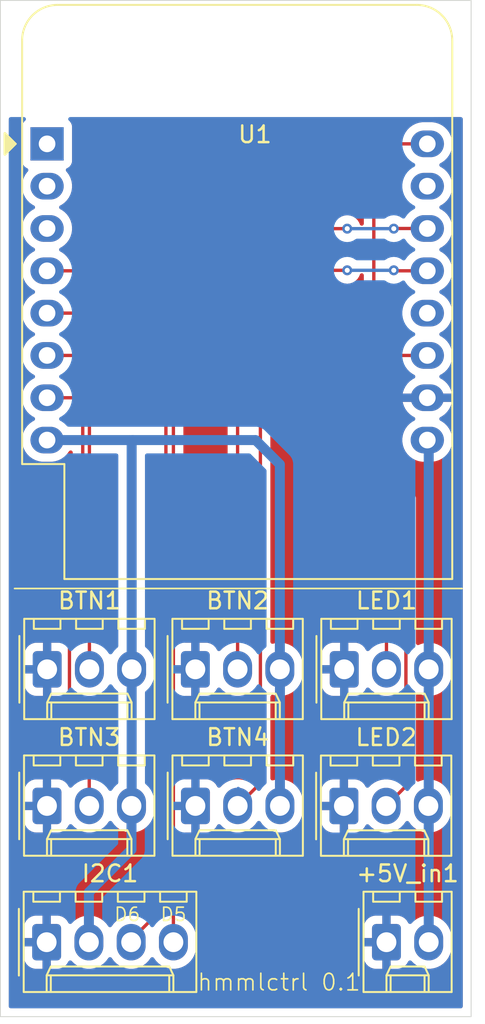
<source format=kicad_pcb>
(kicad_pcb
	(version 20240108)
	(generator "pcbnew")
	(generator_version "8.0")
	(general
		(thickness 1.6)
		(legacy_teardrops no)
	)
	(paper "A4")
	(layers
		(0 "F.Cu" signal)
		(31 "B.Cu" signal)
		(32 "B.Adhes" user "B.Adhesive")
		(33 "F.Adhes" user "F.Adhesive")
		(34 "B.Paste" user)
		(35 "F.Paste" user)
		(36 "B.SilkS" user "B.Silkscreen")
		(37 "F.SilkS" user "F.Silkscreen")
		(38 "B.Mask" user)
		(39 "F.Mask" user)
		(40 "Dwgs.User" user "User.Drawings")
		(41 "Cmts.User" user "User.Comments")
		(42 "Eco1.User" user "User.Eco1")
		(43 "Eco2.User" user "User.Eco2")
		(44 "Edge.Cuts" user)
		(45 "Margin" user)
		(46 "B.CrtYd" user "B.Courtyard")
		(47 "F.CrtYd" user "F.Courtyard")
		(48 "B.Fab" user)
		(49 "F.Fab" user)
		(50 "User.1" user)
		(51 "User.2" user)
		(52 "User.3" user)
		(53 "User.4" user)
		(54 "User.5" user)
		(55 "User.6" user)
		(56 "User.7" user)
		(57 "User.8" user)
		(58 "User.9" user)
	)
	(setup
		(pad_to_mask_clearance 0)
		(allow_soldermask_bridges_in_footprints no)
		(pcbplotparams
			(layerselection 0x00010fc_ffffffff)
			(plot_on_all_layers_selection 0x0000000_00000000)
			(disableapertmacros no)
			(usegerberextensions yes)
			(usegerberattributes no)
			(usegerberadvancedattributes no)
			(creategerberjobfile no)
			(dashed_line_dash_ratio 12.000000)
			(dashed_line_gap_ratio 3.000000)
			(svgprecision 4)
			(plotframeref no)
			(viasonmask yes)
			(mode 1)
			(useauxorigin no)
			(hpglpennumber 1)
			(hpglpenspeed 20)
			(hpglpendiameter 15.000000)
			(pdf_front_fp_property_popups yes)
			(pdf_back_fp_property_popups yes)
			(dxfpolygonmode yes)
			(dxfimperialunits yes)
			(dxfusepcbnewfont yes)
			(psnegative no)
			(psa4output no)
			(plotreference yes)
			(plotvalue no)
			(plotfptext yes)
			(plotinvisibletext no)
			(sketchpadsonfab no)
			(subtractmaskfromsilk yes)
			(outputformat 1)
			(mirror no)
			(drillshape 0)
			(scaleselection 1)
			(outputdirectory "gerber/")
		)
	)
	(net 0 "")
	(net 1 "GND")
	(net 2 "+5V")
	(net 3 "Net-(BTN1-Pin_2)")
	(net 4 "+3.3V")
	(net 5 "Net-(BTN2-Pin_2)")
	(net 6 "Net-(BTN3-Pin_2)")
	(net 7 "Net-(BTN4-Pin_2)")
	(net 8 "Net-(I2C1-Pin_3)")
	(net 9 "Net-(I2C1-Pin_4)")
	(net 10 "Net-(LED1-Pin_2)")
	(net 11 "Net-(LED2-Pin_2)")
	(net 12 "unconnected-(U1-D3-Pad12)")
	(net 13 "unconnected-(U1-RX-Pad15)")
	(net 14 "unconnected-(U1-~{RST}-Pad1)")
	(net 15 "unconnected-(U1-D0-Pad3)")
	(net 16 "unconnected-(U1-A0-Pad2)")
	(footprint "Connector_Molex:Molex_KK-254_AE-6410-03A_1x03_P2.54mm_Vertical" (layer "F.Cu") (at 90.76 69.85))
	(footprint "Connector_Molex:Molex_KK-254_AE-6410-03A_1x03_P2.54mm_Vertical" (layer "F.Cu") (at 99.675 78.05))
	(footprint "Connector_Molex:Molex_KK-254_AE-6410-03A_1x03_P2.54mm_Vertical" (layer "F.Cu") (at 90.75 78.05))
	(footprint "Connector_Molex:Molex_KK-254_AE-6410-04A_1x04_P2.54mm_Vertical" (layer "F.Cu") (at 90.73 86.23))
	(footprint "Connector_Molex:Molex_KK-254_AE-6410-03A_1x03_P2.54mm_Vertical" (layer "F.Cu") (at 108.62 69.85))
	(footprint "Connector_Molex:Molex_KK-254_AE-6410-03A_1x03_P2.54mm_Vertical" (layer "F.Cu") (at 99.67 69.85))
	(footprint "Connector_Molex:Molex_KK-254_AE-6410-02A_1x02_P2.54mm_Vertical" (layer "F.Cu") (at 111.16 86.23))
	(footprint "Connector_Molex:Molex_KK-254_AE-6410-03A_1x03_P2.54mm_Vertical" (layer "F.Cu") (at 108.6 78.055))
	(footprint "Module:WEMOS_D1_mini_light" (layer "F.Cu") (at 90.755 38.31))
	(gr_line
		(start 88.8 65)
		(end 115.7 65)
		(stroke
			(width 0.1)
			(type default)
		)
		(layer "F.SilkS")
		(uuid "5603c642-aef2-43d4-8782-1be22a89116a")
	)
	(gr_rect
		(start 87.95 29.7)
		(end 116.25 90.7)
		(stroke
			(width 0.05)
			(type default)
		)
		(fill none)
		(layer "Edge.Cuts")
		(uuid "0f72c277-9074-4a86-a9b0-f66fbb10befc")
	)
	(gr_text "hmmlctrl 0.1"
		(at 99.73 89.22 0)
		(layer "F.SilkS")
		(uuid "3fae1804-ce05-4635-8e60-c6bad3086589")
		(effects
			(font
				(size 1 1)
				(thickness 0.1)
			)
			(justify left bottom)
		)
	)
	(segment
		(start 113.7 86.23)
		(end 113.7 56.175)
		(width 0.6)
		(layer "B.Cu")
		(net 2)
		(uuid "1c258d5a-d556-4f8b-a8f3-69c2ce9fa433")
	)
	(segment
		(start 113.7 56.175)
		(end 113.615 56.09)
		(width 0.2)
		(layer "B.Cu")
		(net 2)
		(uuid "9df8b863-7724-4ac3-ac43-1e94a8aae068")
	)
	(segment
		(start 92.4 51)
		(end 92.39 51.01)
		(width 0.2)
		(layer "F.Cu")
		(net 3)
		(uuid "17b85e18-611b-490e-a1b8-1aeab60ceebc")
	)
	(segment
		(start 92.39 51.01)
		(end 90.755 51.01)
		(width 0.2)
		(layer "F.Cu")
		(net 3)
		(uuid "20e8dead-9cd0-45e1-8d14-afe845db8999")
	)
	(segment
		(start 93.3 51.9)
		(end 92.4 51)
		(width 0.2)
		(layer "F.Cu")
		(net 3)
		(uuid "95b46bd6-e55d-487f-afb3-70cb2beffd2f")
	)
	(segment
		(start 93.3 69.85)
		(end 93.3 51.9)
		(width 0.2)
		(layer "F.Cu")
		(net 3)
		(uuid "97f6e6c1-7755-47d1-84a1-78e34aa47879")
	)
	(segment
		(start 95.84 69.85)
		(end 95.84 78.04)
		(width 0.6)
		(layer "B.Cu")
		(net 4)
		(uuid "20c4f753-2034-4859-9367-95fe1755585e")
	)
	(segment
		(start 95.9 56.09)
		(end 103.29 56.09)
		(width 0.6)
		(layer "B.Cu")
		(net 4)
		(uuid "45fffc95-a55a-4b73-ba37-997b6ecdfae5")
	)
	(segment
		(start 95.84 69.85)
		(end 95.84 56.15)
		(width 0.6)
		(layer "B.Cu")
		(net 4)
		(uuid "534f29fa-9ce7-4062-8f3b-953ab7a92d82")
	)
	(segment
		(start 104.75 57.55)
		(end 104.75 69.85)
		(width 0.6)
		(layer "B.Cu")
		(net 4)
		(uuid "5bda4e5d-f0d9-4240-a113-326c1014ac76")
	)
	(segment
		(start 95.84 56.15)
		(end 95.9 56.09)
		(width 0.6)
		(layer "B.Cu")
		(net 4)
		(uuid "5f989f51-631f-4f8d-b474-9b27731e189c")
	)
	(segment
		(start 103.29 56.09)
		(end 104.75 57.55)
		(width 0.6)
		(layer "B.Cu")
		(net 4)
		(uuid "60025335-17c1-44ac-b47c-5a39239dae86")
	)
	(segment
		(start 95.83 80.67)
		(end 93.27 83.23)
		(width 0.6)
		(layer "B.Cu")
		(net 4)
		(uuid "6a1d6d53-7d14-4693-a6a4-3372bff7c777")
	)
	(segment
		(start 104.75 69.95)
		(end 104.755 69.955)
		(width 0.6)
		(layer "B.Cu")
		(net 4)
		(uuid "842b4516-5f08-4345-aba1-6f4fe92af2b7")
	)
	(segment
		(start 95.84 78.04)
		(end 95.83 78.05)
		(width 0.6)
		(layer "B.Cu")
		(net 4)
		(uuid "8d88ade1-8f77-4fd5-b1df-0ac0f268bb67")
	)
	(segment
		(start 90.755 56.09)
		(end 95.9 56.09)
		(width 0.6)
		(layer "B.Cu")
		(net 4)
		(uuid "946d9686-f75a-486a-92da-003df2415dc2")
	)
	(segment
		(start 95.83 78.05)
		(end 95.83 80.67)
		(width 0.6)
		(layer "B.Cu")
		(net 4)
		(uuid "ad645a62-72c5-4783-9d27-cfec1d17cd45")
	)
	(segment
		(start 104.755 69.955)
		(end 104.755 78.05)
		(width 0.6)
		(layer "B.Cu")
		(net 4)
		(uuid "ba683670-48a6-4f08-8c99-51c61d2a61b7")
	)
	(segment
		(start 93.27 83.23)
		(end 93.27 86.23)
		(width 0.6)
		(layer "B.Cu")
		(net 4)
		(uuid "e4e55dd4-c887-41c7-a7bf-2d1420696381")
	)
	(segment
		(start 104.75 69.85)
		(end 104.75 69.95)
		(width 0.6)
		(layer "B.Cu")
		(net 4)
		(uuid "e5b26020-a01c-433d-ac8f-ea73f8c635ec")
	)
	(segment
		(start 106.5 43.4)
		(end 108.8 43.4)
		(width 0.2)
		(layer "F.Cu")
		(net 5)
		(uuid "25a1f582-3f64-42b8-a5c8-603b104c727d")
	)
	(segment
		(start 113.615 43.39)
		(end 111.61 43.39)
		(width 0.2)
		(layer "F.Cu")
		(net 5)
		(uuid "26349206-5343-42fe-8080-89a704b3742d")
	)
	(segment
		(start 111.6 43.4)
		(end 111.61 43.39)
		(width 0.2)
		(layer "F.Cu")
		(net 5)
		(uuid "2df8ba68-862b-4198-bfdd-22b7a341ccbd")
	)
	(segment
		(start 102.21 69.85)
		(end 102.21 47.69)
		(width 0.2)
		(layer "F.Cu")
		(net 5)
		(uuid "44e0f84a-23a8-4169-bed5-2f6e8bf20b1a")
	)
	(segment
		(start 106.2 43.7)
		(end 106.5 43.4)
		(width 0.2)
		(layer "F.Cu")
		(net 5)
		(uuid "5d547256-f4e1-4751-9caf-510d985ddc0f")
	)
	(segment
		(start 102.21 47.69)
		(end 106.2 43.7)
		(width 0.2)
		(layer "F.Cu")
		(net 5)
		(uuid "f710e9e0-d8dd-4b2e-931a-30bb9dae5618")
	)
	(via
		(at 108.8 43.4)
		(size 0.6)
		(drill 0.3)
		(layers "F.Cu" "B.Cu")
		(net 5)
		(uuid "6b593136-042a-4c5d-9534-8e961c9f7867")
	)
	(via
		(at 111.6 43.4)
		(size 0.6)
		(drill 0.3)
		(layers "F.Cu" "B.Cu")
		(net 5)
		(uuid "d47bf26e-34e2-4feb-a080-4c9ff069bd72")
	)
	(segment
		(start 108.8 43.4)
		(end 111.6 43.4)
		(width 0.2)
		(layer "B.Cu")
		(net 5)
		(uuid "6c04fc5c-e7ee-4ec1-bcb5-24b6b4b6bcb9")
	)
	(segment
		(start 93.29 75.99)
		(end 93.29 78.05)
		(width 0.2)
		(layer "F.Cu")
		(net 6)
		(uuid "41ba0e0d-1f17-4cf9-9e19-217aec70ea3f")
	)
	(segment
		(start 92.9 67.7)
		(end 92.1 68.5)
		(width 0.2)
		(layer "F.Cu")
		(net 6)
		(uuid "5a422aa0-66cd-4381-a9af-2f19451eb395")
	)
	(segment
		(start 92.9 54.1)
		(end 92.9 67.7)
		(width 0.2)
		(layer "F.Cu")
		(net 6)
		(uuid "6bc11b99-9843-46a2-b2db-bf56029b1683")
	)
	(segment
		(start 90.755 53.55)
		(end 92.35 53.55)
		(width 0.2)
		(layer "F.Cu")
		(net 6)
		(uuid "a44b91c4-d3f3-4f87-aad4-4b520ce7e98a")
	)
	(segment
		(start 92.35 53.55)
		(end 92.9 54.1)
		(width 0.2)
		(layer "F.Cu")
		(net 6)
		(uuid "b7d631e0-b521-46dc-9937-3248cd432d9a")
	)
	(segment
		(start 92.1 74.8)
		(end 93.29 75.99)
		(width 0.2)
		(layer "F.Cu")
		(net 6)
		(uuid "d4c02925-912d-49f0-be8b-319debcfb17b")
	)
	(segment
		(start 92.1 68.5)
		(end 92.1 74.8)
		(width 0.2)
		(layer "F.Cu")
		(net 6)
		(uuid "f6d90b8f-1c4d-45fe-ada7-fdcb6c41145f")
	)
	(segment
		(start 102.215 78.05)
		(end 103.58 76.685)
		(width 0.2)
		(layer "F.Cu")
		(net 7)
		(uuid "01f3cfde-6d0c-42d9-bbc2-6e836020c0d5")
	)
	(segment
		(start 111.6 45.9)
		(end 111.7 45.9)
		(width 0.2)
		(layer "F.Cu")
		(net 7)
		(uuid "07779099-b86c-4ae2-98f6-a4c20c99b329")
	)
	(segment
		(start 103.58 48.42)
		(end 105.7 46.3)
		(width 0.2)
		(layer "F.Cu")
		(net 7)
		(uuid "35331b7b-a468-48c0-8c26-4121652fec8a")
	)
	(segment
		(start 105.7 46.3)
		(end 106.1 45.9)
		(width 0.2)
		(layer "F.Cu")
		(net 7)
		(uuid "8e59cbb3-b1c5-4a22-9cd1-224781eed234")
	)
	(segment
		(start 111.7 45.9)
		(end 111.73 45.93)
		(width 0.2)
		(layer "F.Cu")
		(net 7)
		(uuid "94b2ef63-b357-41ac-a2e5-736366ba193e")
	)
	(segment
		(start 106.1 45.9)
		(end 108.8 45.9)
		(width 0.2)
		(layer "F.Cu")
		(net 7)
		(uuid "9a7edb06-98d2-415b-a362-19ea13a7add0")
	)
	(segment
		(start 108.8 45.9)
		(end 108.7 45.9)
		(width 0.2)
		(layer "F.Cu")
		(net 7)
		(uuid "a4a85e3a-af93-4ac3-8c74-aa9e3950945a")
	)
	(segment
		(start 103.58 76.685)
		(end 103.58 48.42)
		(width 0.2)
		(layer "F.Cu")
		(net 7)
		(uuid "ba046a52-d127-44ef-813c-55669a8a5b63")
	)
	(segment
		(start 111.73 45.93)
		(end 113.615 45.93)
		(width 0.2)
		(layer "F.Cu")
		(net 7)
		(uuid "d9c54560-314e-4f55-a515-005398c41149")
	)
	(via
		(at 111.6 45.9)
		(size 0.6)
		(drill 0.3)
		(layers "F.Cu" "B.Cu")
		(net 7)
		(uuid "0d982ade-9b5e-4f9c-9fe6-effcb5edff79")
	)
	(via
		(at 108.8 45.9)
		(size 0.6)
		(drill 0.3)
		(layers "F.Cu" "B.Cu")
		(net 7)
		(uuid "6f098d98-17ca-4de7-98b8-244ac0d5ea17")
	)
	(segment
		(start 102.36 77.7)
		(end 102.36 77.11)
		(width 0.2)
		(layer "B.Cu")
		(net 7)
		(uuid "3d1e63a0-4afc-4f4f-a1ab-15f504995702")
	)
	(segment
		(start 108.8 45.9)
		(end 111.6 45.9)
		(width 0.2)
		(layer "B.Cu")
		(net 7)
		(uuid "6cdd0738-b492-4472-9c54-5b1b863ce7a1")
	)
	(segment
		(start 102.36 77.11)
		(end 102.25 77)
		(width 0.2)
		(layer "B.Cu")
		(net 7)
		(uuid "f91b5b2b-9478-4e6b-910d-ef7507cecb43")
	)
	(segment
		(start 97.9 50.1)
		(end 96.27 48.47)
		(width 0.2)
		(layer "F.Cu")
		(net 8)
		(uuid "0c7f8add-3eaa-4fb0-ac2f-94d9dc3d8103")
	)
	(segment
		(start 96.27 48.47)
		(end 90.755 48.47)
		(width 0.2)
		(layer "F.Cu")
		(net 8)
		(uuid "26989978-0422-45bd-b343-257f32458abb")
	)
	(segment
		(start 97.9 84)
		(end 97.9 50.1)
		(width 0.2)
		(layer "F.Cu")
		(net 8)
		(uuid "2d80b3e6-b320-49a1-b330-66fd6e126d3c")
	)
	(segment
		(start 95.81 86.09)
		(end 97.9 84)
		(width 0.2)
		(layer "F.Cu")
		(net 8)
		(uuid "70e6bf09-d429-47c1-92ed-c022ab69d5e4")
	)
	(segment
		(start 95.81 86.23)
		(end 95.81 86.09)
		(width 0.2)
		(layer "F.Cu")
		(net 8)
		(uuid "97e8a3df-ee6e-45a8-b650-081910d2f97f")
	)
	(segment
		(start 98.35 47.35)
		(end 98.35 86.23)
		(width 0.2)
		(layer "F.Cu")
		(net 9)
		(uuid "7a901054-b0ec-43b4-97f8-df26747fddf6")
	)
	(segment
		(start 96.93 45.93)
		(end 98.35 47.35)
		(width 0.2)
		(layer "F.Cu")
		(net 9)
		(uuid "d46f4c4b-90d5-4702-8aa5-36358ed836f3")
	)
	(segment
		(start 90.755 45.93)
		(end 96.93 45.93)
		(width 0.2)
		(layer "F.Cu")
		(net 9)
		(uuid "f4e74129-1e62-411c-b3f8-98453850f733")
	)
	(segment
		(start 111.19 38.31)
		(end 113.615 38.31)
		(width 0.2)
		(layer "F.Cu")
		(net 10)
		(uuid "6859f440-dcf6-4a18-9f5d-cfe12c4baaf7")
	)
	(segment
		(start 110.4 58.5)
		(end 110.4 39.1)
		(width 0.2)
		(layer "F.Cu")
		(net 10)
		(uuid "6ff169fb-d4e8-4645-8889-81e91893e256")
	)
	(segment
		(start 111.16 69.85)
		(end 111.16 59.26)
		(width 0.2)
		(layer "F.Cu")
		(net 10)
		(uuid "ee55394d-7de3-4f24-9273-e2645cf27367")
	)
	(segment
		(start 111.16 59.26)
		(end 110.4 58.5)
		(width 0.2)
		(layer "F.Cu")
		(net 10)
		(uuid "f0cb4da3-8b4b-40ab-8463-13ce331c3a5d")
	)
	(segment
		(start 110.4 39.1)
		(end 111.19 38.31)
		(width 0.2)
		(layer "F.Cu")
		(net 10)
		(uuid "f6d62cd1-d269-414d-98ca-d818740fe356")
	)
	(segment
		(start 112.33 76.865)
		(end 112.33 59.63)
		(width 0.2)
		(layer "F.Cu")
		(net 11)
		(uuid "09ea171c-730c-4373-a449-dfb1dc5e05ef")
	)
	(segment
		(start 111.99 51.01)
		(end 113.615 51.01)
		(width 0.2)
		(layer "F.Cu")
		(net 11)
		(uuid "0f2a5229-f69c-4d4b-b969-99711ba8f693")
	)
	(segment
		(start 112.33 59.63)
		(end 110.9 58.2)
		(width 0.2)
		(layer "F.Cu")
		(net 11)
		(uuid "588cefa7-d1b9-480c-98ff-8755c2141980")
	)
	(segment
		(start 111.14 78.055)
		(end 112.33 76.865)
		(width 0.2)
		(layer "F.Cu")
		(net 11)
		(uuid "673ac5d2-72a7-45e5-b87d-162ff47ed777")
	)
	(segment
		(start 110.9 58.2)
		(end 110.9 52.1)
		(width 0.2)
		(layer "F.Cu")
		(net 11)
		(uuid "82eb5306-f0bd-4821-9c3d-1b34682767e8")
	)
	(segment
		(start 110.9 52.1)
		(end 111.99 51.01)
		(width 0.2)
		(layer "F.Cu")
		(net 11)
		(uuid "cf27f99d-2a42-4f29-9469-5594a045f468")
	)
	(zone
		(net 1)
		(net_name "GND")
		(layer "F.Cu")
		(uuid "cd9f60fc-6d54-4108-b40b-464cff04dc67")
		(hatch edge 0.5)
		(priority 1)
		(connect_pads
			(clearance 0.5)
		)
		(min_thickness 0.25)
		(filled_areas_thickness no)
		(fill yes
			(thermal_gap 0.5)
			(thermal_bridge_width 0.5)
		)
		(polygon
			(pts
				(xy 87.95 36.8) (xy 116.25 36.7) (xy 116.25 90.7) (xy 87.95 90.8)
			)
		)
		(filled_polygon
			(layer "F.Cu")
			(pts
				(xy 115.69217 36.721654) (xy 115.738112 36.774296) (xy 115.7495 36.826206) (xy 115.7495 90.0755)
				(xy 115.729815 90.142539) (xy 115.677011 90.188294) (xy 115.6255 90.1995) (xy 88.5745 90.1995) (xy 88.507461 90.179815)
				(xy 88.461706 90.127011) (xy 88.4505 90.0755) (xy 88.4505 36.921793) (xy 88.470185 36.854754) (xy 88.522989 36.808999)
				(xy 88.574058 36.797794) (xy 89.266907 36.795346) (xy 89.334013 36.814793) (xy 89.379955 36.867435)
				(xy 89.390142 36.936558) (xy 89.36661 36.993656) (xy 89.311204 37.067668) (xy 89.311202 37.067671)
				(xy 89.260908 37.202517) (xy 89.254501 37.262116) (xy 89.254501 37.262123) (xy 89.2545 37.262135)
				(xy 89.2545 39.35787) (xy 89.254501 39.357876) (xy 89.260908 39.417483) (xy 89.311202 39.552328)
				(xy 89.311206 39.552335) (xy 89.397452 39.667544) (xy 89.397455 39.667547) (xy 89.512664 39.753793)
				(xy 89.512673 39.753798) (xy 89.549914 39.767688) (xy 89.605848 39.809559) (xy 89.630266 39.875023)
				(xy 89.615415 39.943296) (xy 89.594265 39.97155) (xy 89.563027 40.002787) (xy 89.442715 40.168386)
				(xy 89.349781 40.350776) (xy 89.286522 40.545465) (xy 89.2545 40.747648) (xy 89.2545 40.952351)
				(xy 89.286522 41.154534) (xy 89.349781 41.349223) (xy 89.442715 41.531613) (xy 89.563028 41.697213)
				(xy 89.707786 41.841971) (xy 89.862749 41.954556) (xy 89.87339 41.962287) (xy 89.96484 42.008883)
				(xy 89.96608 42.009515) (xy 90.016876 42.05749) (xy 90.033671 42.125311) (xy 90.011134 42.191446)
				(xy 89.96608 42.230485) (xy 89.873386 42.277715) (xy 89.707786 42.398028) (xy 89.563028 42.542786)
				(xy 89.442715 42.708386) (xy 89.349781 42.890776) (xy 89.286522 43.085465) (xy 89.2545 43.287648)
				(xy 89.2545 43.492351) (xy 89.286522 43.694534) (xy 89.349781 43.889223) (xy 89.413691 44.014653)
				(xy 89.441238 44.068716) (xy 89.442715 44.071613) (xy 89.563028 44.237213) (xy 89.707786 44.381971)
				(xy 89.862749 44.494556) (xy 89.87339 44.502287) (xy 89.96484 44.548883) (xy 89.96608 44.549515)
				(xy 90.016876 44.59749) (xy 90.033671 44.665311) (xy 90.011134 44.731446) (xy 89.96608 44.770485)
				(xy 89.873386 44.817715) (xy 89.707786 44.938028) (xy 89.563028 45.082786) (xy 89.442715 45.248386)
				(xy 89.349781 45.430776) (xy 89.286522 45.625465) (xy 89.2545 45.827648) (xy 89.2545 46.032351)
				(xy 89.286522 46.234534) (xy 89.349781 46.429223) (xy 89.410001 46.547409) (xy 89.430726 46.588085)
				(xy 89.442715 46.611613) (xy 89.563028 46.777213) (xy 89.707786 46.921971) (xy 89.862749 47.034556)
				(xy 89.87339 47.042287) (xy 89.96484 47.088883) (xy 89.96608 47.089515) (xy 90.016876 47.13749)
				(xy 90.033671 47.205311) (xy 90.011134 47.271446) (xy 89.96608 47.310485) (xy 89.873388 47.357714)
				(xy 89.707786 47.478028) (xy 89.563028 47.622786) (xy 89.442715 47.788386) (xy 89.349781 47.970776)
				(xy 89.286522 48.165465) (xy 89.2545 48.367648) (xy 89.2545 48.572351) (xy 89.286522 48.774534)
				(xy 89.349781 48.969223) (xy 89.442715 49.151613) (xy 89.563028 49.317213) (xy 89.707786 49.461971)
				(xy 89.862749 49.574556) (xy 89.87339 49.582287) (xy 89.96484 49.628883) (xy 89.96608 49.629515)
				(xy 90.016876 49.67749) (xy 90.033671 49.745311) (xy 90.011134 49.811446) (xy 89.96608 49.850485)
				(xy 89.873386 49.897715) (xy 89.707786 50.018028) (xy 89.563028 50.162786) (xy 89.442715 50.328386)
				(xy 89.349781 50.510776) (xy 89.286522 50.705465) (xy 89.2545 50.907648) (xy 89.2545 51.112351)
				(xy 89.286522 51.314534) (xy 89.349781 51.509223) (xy 89.401385 51.6105) (xy 89.437682 51.681737)
				(xy 89.442715 51.691613) (xy 89.563028 51.857213) (xy 89.707786 52.001971) (xy 89.859804 52.112416)
				(xy 89.87339 52.122287) (xy 89.96484 52.168883) (xy 89.96608 52.169515) (xy 90.016876 52.21749)
				(xy 90.033671 52.285311) (xy 90.011134 52.351446) (xy 89.96608 52.390485) (xy 89.873386 52.437715)
				(xy 89.707786 52.558028) (xy 89.563028 52.702786) (xy 89.442715 52.868386) (xy 89.349781 53.050776)
				(xy 89.286522 53.245465) (xy 89.2545 53.447648) (xy 89.2545 53.652351) (xy 89.286522 53.854534)
				(xy 89.349781 54.049223) (xy 89.442715 54.231613) (xy 89.563028 54.397213) (xy 89.707786 54.541971)
				(xy 89.862749 54.654556) (xy 89.87339 54.662287) (xy 89.96484 54.708883) (xy 89.96608 54.709515)
				(xy 90.016876 54.75749) (xy 90.033671 54.825311) (xy 90.011134 54.891446) (xy 89.96608 54.930485)
				(xy 89.873386 54.977715) (xy 89.707786 55.098028) (xy 89.563028 55.242786) (xy 89.442715 55.408386)
				(xy 89.349781 55.590776) (xy 89.286522 55.785465) (xy 89.2545 55.987648) (xy 89.2545 56.192351)
				(xy 89.286522 56.394534) (xy 89.349781 56.589223) (xy 89.410941 56.709254) (xy 89.440649 56.76756)
				(xy 89.442715 56.771613) (xy 89.563028 56.937213) (xy 89.707786 57.081971) (xy 89.862749 57.194556)
				(xy 89.87339 57.202287) (xy 89.989607 57.261503) (xy 90.055776 57.295218) (xy 90.055778 57.295218)
				(xy 90.055781 57.29522) (xy 90.160137 57.329127) (xy 90.250465 57.358477) (xy 90.351557 57.374488)
				(xy 90.452648 57.3905) (xy 90.452649 57.3905) (xy 91.057351 57.3905) (xy 91.057352 57.3905) (xy 91.259534 57.358477)
				(xy 91.454219 57.29522) (xy 91.63661 57.202287) (xy 91.72959 57.134732) (xy 91.802213 57.081971)
				(xy 91.802215 57.081968) (xy 91.802219 57.081966) (xy 91.946966 56.937219) (xy 91.946968 56.937215)
				(xy 91.946971 56.937213) (xy 92.067286 56.771611) (xy 92.069769 56.76756) (xy 92.121577 56.720681)
				(xy 92.190506 56.709254) (xy 92.254671 56.736907) (xy 92.293699 56.79486) (xy 92.2995 56.832343)
				(xy 92.2995 67.399902) (xy 92.279815 67.466941) (xy 92.263181 67.487583) (xy 91.619481 68.131282)
				(xy 91.619477 68.131287) (xy 91.591054 68.180519) (xy 91.59105 68.180526) (xy 91.581606 68.196881)
				(xy 91.531036 68.245093) (xy 91.462428 68.258312) (xy 91.461622 68.258232) (xy 91.429991 68.255)
				(xy 91.01 68.255) (xy 91.01 69.30729) (xy 90.989661 69.295548) (xy 90.838333 69.255) (xy 90.681667 69.255)
				(xy 90.530339 69.295548) (xy 90.51 69.30729) (xy 90.51 68.255) (xy 90.090028 68.255) (xy 90.090012 68.255001)
				(xy 89.987302 68.265494) (xy 89.82088 68.320641) (xy 89.820875 68.320643) (xy 89.671654 68.412684)
				(xy 89.547684 68.536654) (xy 89.455643 68.685875) (xy 89.455641 68.68588) (xy 89.400494 68.852302)
				(xy 89.400493 68.852309) (xy 89.39 68.955013) (xy 89.39 69.6) (xy 90.217291 69.6) (xy 90.205548 69.620339)
				(xy 90.165 69.771667) (xy 90.165 69.928333) (xy 90.205548 70.079661) (xy 90.217291 70.1) (xy 89.390001 70.1)
				(xy 89.390001 70.744986) (xy 89.400494 70.847697) (xy 89.455641 71.014119) (xy 89.455643 71.014124)
				(xy 89.547684 71.163345) (xy 89.671654 71.287315) (xy 89.820875 71.379356) (xy 89.82088 71.379358)
				(xy 89.987302 71.434505) (xy 89.987309 71.434506) (xy 90.090019 71.444999) (xy 90.509999 71.444999)
				(xy 90.51 71.444998) (xy 90.51 70.392709) (xy 90.530339 70.404452) (xy 90.681667 70.445) (xy 90.838333 70.445)
				(xy 90.989661 70.404452) (xy 91.01 70.392709) (xy 91.01 71.444999) (xy 91.3755 71.444999) (xy 91.442539 71.464684)
				(xy 91.488294 71.517488) (xy 91.4995 71.568999) (xy 91.4995 74.71333) (xy 91.499499 74.713348) (xy 91.499499 74.879054)
				(xy 91.499498 74.879054) (xy 91.540423 75.031785) (xy 91.569358 75.0819) (xy 91.569359 75.081904)
				(xy 91.56936 75.081904) (xy 91.619479 75.168714) (xy 91.619481 75.168717) (xy 91.738349 75.287585)
				(xy 91.738355 75.28759) (xy 92.653181 76.202416) (xy 92.686666 76.263739) (xy 92.6895 76.290097)
				(xy 92.6895 76.516833) (xy 92.669815 76.583872) (xy 92.621796 76.627317) (xy 92.571703 76.652841)
				(xy 92.39718 76.77964) (xy 92.254816 76.922004) (xy 92.193493 76.955488) (xy 92.123801 76.950504)
				(xy 92.067868 76.908632) (xy 92.054748 76.886716) (xy 92.054356 76.885876) (xy 91.962315 76.736654)
				(xy 91.838345 76.612684) (xy 91.689124 76.520643) (xy 91.689119 76.520641) (xy 91.522697 76.465494)
				(xy 91.52269 76.465493) (xy 91.419986 76.455) (xy 91 76.455) (xy 91 77.50729) (xy 90.979661 77.495548)
				(xy 90.828333 77.455) (xy 90.671667 77.455) (xy 90.520339 77.495548) (xy 90.5 77.50729) (xy 90.5 76.455)
				(xy 90.080028 76.455) (xy 90.080012 76.455001) (xy 89.977302 76.465494) (xy 89.81088 76.520641)
				(xy 89.810875 76.520643) (xy 89.661654 76.612684) (xy 89.537684 76.736654) (xy 89.445643 76.885875)
				(xy 89.445641 76.88588) (xy 89.390494 77.052302) (xy 89.390493 77.052309) (xy 89.38 77.155013) (xy 89.38 77.8)
				(xy 90.207291 77.8) (xy 90.195548 77.820339) (xy 90.155 77.971667) (xy 90.155 78.128333) (xy 90.195548 78.279661)
				(xy 90.207291 78.3) (xy 89.380001 78.3) (xy 89.380001 78.944986) (xy 89.390494 79.047697) (xy 89.445641 79.214119)
				(xy 89.445643 79.214124) (xy 89.537684 79.363345) (xy 89.661654 79.487315) (xy 89.810875 79.579356)
				(xy 89.81088 79.579358) (xy 89.977302 79.634505) (xy 89.977309 79.634506) (xy 90.080019 79.644999)
				(xy 90.499999 79.644999) (xy 90.5 79.644998) (xy 90.5 78.592709) (xy 90.520339 78.604452) (xy 90.671667 78.645)
				(xy 90.828333 78.645) (xy 90.979661 78.604452) (xy 91 78.592709) (xy 91 79.644999) (xy 91.419972 79.644999)
				(xy 91.419986 79.644998) (xy 91.522697 79.634505) (xy 91.689119 79.579358) (xy 91.689124 79.579356)
				(xy 91.838345 79.487315) (xy 91.962315 79.363345) (xy 92.054354 79.214127) (xy 92.054745 79.213289)
				(xy 92.055167 79.212809) (xy 92.058149 79.207975) (xy 92.058974 79.208484) (xy 92.10091 79.160843)
				(xy 92.1681 79.141681) (xy 92.234984 79.161887) (xy 92.254816 79.177996) (xy 92.397179 79.320359)
				(xy 92.571701 79.447157) (xy 92.763911 79.545092) (xy 92.969074 79.611754) (xy 93.048973 79.624408)
				(xy 93.182134 79.6455) (xy 93.182139 79.6455) (xy 93.397866 79.6455) (xy 93.51623 79.626752) (xy 93.610926 79.611754)
				(xy 93.816089 79.545092) (xy 94.008299 79.447157) (xy 94.182821 79.320359) (xy 94.335359 79.167821)
				(xy 94.459682 78.996704) (xy 94.515012 78.95404) (xy 94.584626 78.948061) (xy 94.64642 78.980667)
				(xy 94.660315 78.996702) (xy 94.784641 79.167821) (xy 94.937179 79.320359) (xy 95.111701 79.447157)
				(xy 95.303911 79.545092) (xy 95.509074 79.611754) (xy 95.588973 79.624408) (xy 95.722134 79.6455)
				(xy 95.722139 79.6455) (xy 95.937866 79.6455) (xy 96.05623 79.626752) (xy 96.150926 79.611754) (xy 96.356089 79.545092)
				(xy 96.548299 79.447157) (xy 96.722821 79.320359) (xy 96.875359 79.167821) (xy 97.002157 78.993299)
				(xy 97.025207 78.948061) (xy 97.065015 78.869933) (xy 97.112989 78.819136) (xy 97.18081 78.802341)
				(xy 97.246945 78.824878) (xy 97.290397 78.879593) (xy 97.2995 78.926227) (xy 97.2995 83.699902)
				(xy 97.279815 83.766941) (xy 97.263181 83.787583) (xy 96.374549 84.676214) (xy 96.313226 84.709699)
				(xy 96.248551 84.706464) (xy 96.130927 84.668246) (xy 96.130922 84.668245) (xy 95.917866 84.6345)
				(xy 95.917861 84.6345) (xy 95.702139 84.6345) (xy 95.702134 84.6345) (xy 95.489077 84.668245) (xy 95.283908 84.734909)
				(xy 95.0917 84.832843) (xy 94.992129 84.905186) (xy 94.917179 84.959641) (xy 94.917177 84.959643)
				(xy 94.917176 84.959643) (xy 94.764643 85.112176) (xy 94.764643 85.112177) (xy 94.764641 85.112179)
				(xy 94.747706 85.135488) (xy 94.640318 85.283294) (xy 94.584988 85.325959) (xy 94.515374 85.331938)
				(xy 94.453579 85.299332) (xy 94.439682 85.283294) (xy 94.402639 85.232309) (xy 94.315359 85.112179)
				(xy 94.162821 84.959641) (xy 93.988299 84.832843) (xy 93.796089 84.734908) (xy 93.590926 84.668246)
				(xy 93.590924 84.668245) (xy 93.590922 84.668245) (xy 93.377866 84.6345) (xy 93.377861 84.6345)
				(xy 93.162139 84.6345) (xy 93.162134 84.6345) (xy 92.949077 84.668245) (xy 92.743908 84.734909)
				(xy 92.5517 84.832843) (xy 92.37718 84.95964) (xy 92.234816 85.102004) (xy 92.173493 85.135488)
				(xy 92.103801 85.130504) (xy 92.047868 85.088632) (xy 92.034748 85.066716) (xy 92.034356 85.065876)
				(xy 91.942315 84.916654) (xy 91.818345 84.792684) (xy 91.669124 84.700643) (xy 91.669119 84.700641)
				(xy 91.502697 84.645494) (xy 91.50269 84.645493) (xy 91.399986 84.635) (xy 90.98 84.635) (xy 90.98 85.68729)
				(xy 90.959661 85.675548) (xy 90.808333 85.635) (xy 90.651667 85.635) (xy 90.500339 85.675548) (xy 90.48 85.68729)
				(xy 90.48 84.635) (xy 90.060028 84.635) (xy 90.060012 84.635001) (xy 89.957302 84.645494) (xy 89.79088 84.700641)
				(xy 89.790875 84.700643) (xy 89.641654 84.792684) (xy 89.517684 84.916654) (xy 89.425643 85.065875)
				(xy 89.425641 85.06588) (xy 89.370494 85.232302) (xy 89.370493 85.232309) (xy 89.36 85.335013) (xy 89.36 85.98)
				(xy 90.187291 85.98) (xy 90.175548 86.000339) (xy 90.135 86.151667) (xy 90.135 86.308333) (xy 90.175548 86.459661)
				(xy 90.187291 86.48) (xy 89.360001 86.48) (xy 89.360001 87.124986) (xy 89.370494 87.227697) (xy 89.425641 87.394119)
				(xy 89.425643 87.394124) (xy 89.517684 87.543345) (xy 89.641654 87.667315) (xy 89.790875 87.759356)
				(xy 89.79088 87.759358) (xy 89.957302 87.814505) (xy 89.957309 87.814506) (xy 90.060019 87.824999)
				(xy 90.479999 87.824999) (xy 90.48 87.824998) (xy 90.48 86.772709) (xy 90.500339 86.784452) (xy 90.651667 86.825)
				(xy 90.808333 86.825) (xy 90.959661 86.784452) (xy 90.98 86.772709) (xy 90.98 87.824999) (xy 91.399972 87.824999)
				(xy 91.399986 87.824998) (xy 91.502697 87.814505) (xy 91.669119 87.759358) (xy 91.669124 87.759356)
				(xy 91.818345 87.667315) (xy 91.942315 87.543345) (xy 92.034354 87.394127) (xy 92.034745 87.393289)
				(xy 92.035167 87.392809) (xy 92.038149 87.387975) (xy 92.038974 87.388484) (xy 92.08091 87.340843)
				(xy 92.1481 87.321681) (xy 92.214984 87.341887) (xy 92.234816 87.357996) (xy 92.377179 87.500359)
				(xy 92.551701 87.627157) (xy 92.743911 87.725092) (xy 92.949074 87.791754) (xy 93.028973 87.804408)
				(xy 93.162134 87.8255) (xy 93.162139 87.8255) (xy 93.377866 87.8255) (xy 93.49623 87.806752) (xy 93.590926 87.791754)
				(xy 93.796089 87.725092) (xy 93.988299 87.627157) (xy 94.162821 87.500359) (xy 94.315359 87.347821)
				(xy 94.439682 87.176704) (xy 94.495012 87.13404) (xy 94.564626 87.128061) (xy 94.62642 87.160667)
				(xy 94.640315 87.176702) (xy 94.764641 87.347821) (xy 94.917179 87.500359) (xy 95.091701 87.627157)
				(xy 95.283911 87.725092) (xy 95.489074 87.791754) (xy 95.568973 87.804408) (xy 95.702134 87.8255)
				(xy 95.702139 87.8255) (xy 95.917866 87.8255) (xy 96.03623 87.806752) (xy 96.130926 87.791754) (xy 96.336089 87.725092)
				(xy 96.528299 87.627157) (xy 96.702821 87.500359) (xy 96.855359 87.347821) (xy 96.979682 87.176704)
				(xy 97.035012 87.13404) (xy 97.104626 87.128061) (xy 97.16642 87.160667) (xy 97.180315 87.176702)
				(xy 97.304641 87.347821) (xy 97.457179 87.500359) (xy 97.631701 87.627157) (xy 97.823911 87.725092)
				(xy 98.029074 87.791754) (xy 98.108973 87.804408) (xy 98.242134 87.8255) (xy 98.242139 87.8255)
				(xy 98.457866 87.8255) (xy 98.57623 87.806752) (xy 98.670926 87.791754) (xy 98.876089 87.725092)
				(xy 99.068299 87.627157) (xy 99.242821 87.500359) (xy 99.395359 87.347821) (xy 99.522157 87.173299)
				(xy 99.620092 86.981089) (xy 99.686754 86.775926) (xy 99.701752 86.68123) (xy 99.7205 86.562866)
				(xy 99.7205 85.897133) (xy 99.686754 85.684077) (xy 99.686754 85.684074) (xy 99.620092 85.478911)
				(xy 99.546773 85.335013) (xy 109.79 85.335013) (xy 109.79 85.98) (xy 110.617291 85.98) (xy 110.605548 86.000339)
				(xy 110.565 86.151667) (xy 110.565 86.308333) (xy 110.605548 86.459661) (xy 110.617291 86.48) (xy 109.790001 86.48)
				(xy 109.790001 87.124986) (xy 109.800494 87.227697) (xy 109.855641 87.394119) (xy 109.855643 87.394124)
				(xy 109.947684 87.543345) (xy 110.071654 87.667315) (xy 110.220875 87.759356) (xy 110.22088 87.759358)
				(xy 110.387302 87.814505) (xy 110.387309 87.814506) (xy 110.490019 87.824999) (xy 110.909999 87.824999)
				(xy 110.91 87.824998) (xy 110.91 86.772709) (xy 110.930339 86.784452) (xy 111.081667 86.825) (xy 111.238333 86.825)
				(xy 111.389661 86.784452) (xy 111.41 86.772709) (xy 111.41 87.824999) (xy 111.829972 87.824999)
				(xy 111.829986 87.824998) (xy 111.932697 87.814505) (xy 112.099119 87.759358) (xy 112.099124 87.759356)
				(xy 112.248345 87.667315) (xy 112.372315 87.543345) (xy 112.464354 87.394127) (xy 112.464745 87.393289)
				(xy 112.465167 87.392809) (xy 112.468149 87.387975) (xy 112.468974 87.388484) (xy 112.51091 87.340843)
				(xy 112.5781 87.321681) (xy 112.644984 87.341887) (xy 112.664816 87.357996) (xy 112.807179 87.500359)
				(xy 112.981701 87.627157) (xy 113.173911 87.725092) (xy 113.379074 87.791754) (xy 113.458973 87.804408)
				(xy 113.592134 87.8255) (xy 113.592139 87.8255) (xy 113.807866 87.8255) (xy 113.92623 87.806752)
				(xy 114.020926 87.791754) (xy 114.226089 87.725092) (xy 114.418299 87.627157) (xy 114.592821 87.500359)
				(xy 114.745359 87.347821) (xy 114.872157 87.173299) (xy 114.970092 86.981089) (xy 115.036754 86.775926)
				(xy 115.051752 86.68123) (xy 115.0705 86.562866) (xy 115.0705 85.897133) (xy 115.036754 85.684077)
				(xy 115.036754 85.684074) (xy 114.970092 85.478911) (xy 114.872157 85.286701) (xy 114.745359 85.112179)
				(xy 114.592821 84.959641) (xy 114.418299 84.832843) (xy 114.226089 84.734908) (xy 114.020926 84.668246)
				(xy 114.020924 84.668245) (xy 114.020922 84.668245) (xy 113.807866 84.6345) (xy 113.807861 84.6345)
				(xy 113.592139 84.6345) (xy 113.592134 84.6345) (xy 113.379077 84.668245) (xy 113.173908 84.734909)
				(xy 112.9817 84.832843) (xy 112.80718 84.95964) (xy 112.664816 85.102004) (xy 112.603493 85.135488)
				(xy 112.533801 85.130504) (xy 112.477868 85.088632) (xy 112.464748 85.066716) (xy 112.464356 85.065876)
				(xy 112.372315 84.916654) (xy 112.248345 84.792684) (xy 112.099124 84.700643) (xy 112.099119 84.700641)
				(xy 111.932697 84.645494) (xy 111.93269 84.645493) (xy 111.829986 84.635) (xy 111.41 84.635) (xy 111.41 85.68729)
				(xy 111.389661 85.675548) (xy 111.238333 85.635) (xy 111.081667 85.635) (xy 110.930339 85.675548)
				(xy 110.91 85.68729) (xy 110.91 84.635) (xy 110.490028 84.635) (xy 110.490012 84.635001) (xy 110.387302 84.645494)
				(xy 110.22088 84.700641) (xy 110.220875 84.700643) (xy 110.071654 84.792684) (xy 109.947684 84.916654)
				(xy 109.855643 85.065875) (xy 109.855641 85.06588) (xy 109.800494 85.232302) (xy 109.800493 85.232309)
				(xy 109.79 85.335013) (xy 99.546773 85.335013) (xy 99.522157 85.286701) (xy 99.395359 85.112179)
				(xy 99.242821 84.959641) (xy 99.068299 84.832843) (xy 99.068298 84.832842) (xy 99.068296 84.832841)
				(xy 99.018204 84.807317) (xy 98.967408 84.759342) (xy 98.9505 84.696833) (xy 98.9505 79.768999)
				(xy 98.970185 79.70196) (xy 99.022989 79.656205) (xy 99.0745 79.644999) (xy 99.424999 79.644999)
				(xy 99.425 79.644998) (xy 99.425 78.592709) (xy 99.445339 78.604452) (xy 99.596667 78.645) (xy 99.753333 78.645)
				(xy 99.904661 78.604452) (xy 99.925 78.592709) (xy 99.925 79.644999) (xy 100.344972 79.644999) (xy 100.344986 79.644998)
				(xy 100.447697 79.634505) (xy 100.614119 79.579358) (xy 100.614124 79.579356) (xy 100.763345 79.487315)
				(xy 100.887315 79.363345) (xy 100.979354 79.214127) (xy 100.979745 79.213289) (xy 100.980167 79.212809)
				(xy 100.983149 79.207975) (xy 100.983974 79.208484) (xy 101.02591 79.160843) (xy 101.0931 79.141681)
				(xy 101.159984 79.161887) (xy 101.179816 79.177996) (xy 101.322179 79.320359) (xy 101.496701 79.447157)
				(xy 101.688911 79.545092) (xy 101.894074 79.611754) (xy 101.973973 79.624408) (xy 102.107134 79.6455)
				(xy 102.107139 79.6455) (xy 102.322866 79.6455) (xy 102.44123 79.626752) (xy 102.535926 79.611754)
				(xy 102.741089 79.545092) (xy 102.933299 79.447157) (xy 103.107821 79.320359) (xy 103.260359 79.167821)
				(xy 103.384682 78.996704) (xy 103.440012 78.95404) (xy 103.509626 78.948061) (xy 103.57142 78.980667)
				(xy 103.585315 78.996702) (xy 103.709641 79.167821) (xy 103.862179 79.320359) (xy 104.036701 79.447157)
				(xy 104.228911 79.545092) (xy 104.434074 79.611754) (xy 104.513973 79.624408) (xy 104.647134 79.6455)
				(xy 104.647139 79.6455) (xy 104.862866 79.6455) (xy 104.98123 79.626752) (xy 105.075926 79.611754)
				(xy 105.281089 79.545092) (xy 105.473299 79.447157) (xy 105.647821 79.320359) (xy 105.800359 79.167821)
				(xy 105.927157 78.993299) (xy 106.025092 78.801089) (xy 106.091754 78.595926) (xy 106.106752 78.50123)
				(xy 106.1255 78.382866) (xy 106.1255 77.717133) (xy 106.092546 77.509077) (xy 106.091754 77.504074)
				(xy 106.025092 77.298911) (xy 105.927157 77.106701) (xy 105.800359 76.932179) (xy 105.647821 76.779641)
				(xy 105.473299 76.652843) (xy 105.281089 76.554908) (xy 105.075926 76.488246) (xy 105.075924 76.488245)
				(xy 105.075922 76.488245) (xy 104.862866 76.4545) (xy 104.862861 76.4545) (xy 104.647139 76.4545)
				(xy 104.647134 76.4545) (xy 104.434077 76.488245) (xy 104.434072 76.488246) (xy 104.342817 76.517896)
				(xy 104.272976 76.519891) (xy 104.213143 76.48381) (xy 104.182316 76.421108) (xy 104.1805 76.399965)
				(xy 104.1805 71.501658) (xy 104.200185 71.434619) (xy 104.252989 71.388864) (xy 104.322147 71.37892)
				(xy 104.342809 71.383724) (xy 104.429074 71.411754) (xy 104.535606 71.428627) (xy 104.642134 71.4455)
				(xy 104.642139 71.4455) (xy 104.857866 71.4455) (xy 104.988108 71.424871) (xy 105.070926 71.411754)
				(xy 105.276089 71.345092) (xy 105.468299 71.247157) (xy 105.642821 71.120359) (xy 105.795359 70.967821)
				(xy 105.922157 70.793299) (xy 106.020092 70.601089) (xy 106.086754 70.395926) (xy 106.101752 70.30123)
				(xy 106.1205 70.182866) (xy 106.1205 69.517133) (xy 106.086754 69.304077) (xy 106.086754 69.304074)
				(xy 106.020092 69.098911) (xy 105.922157 68.906701) (xy 105.795359 68.732179) (xy 105.642821 68.579641)
				(xy 105.468299 68.452843) (xy 105.276089 68.354908) (xy 105.070926 68.288246) (xy 105.070924 68.288245)
				(xy 105.070922 68.288245) (xy 104.857866 68.2545) (xy 104.857861 68.2545) (xy 104.642139 68.2545)
				(xy 104.642134 68.2545) (xy 104.429077 68.288245) (xy 104.429072 68.288246) (xy 104.342817 68.316272)
				(xy 104.272976 68.318267) (xy 104.213144 68.282186) (xy 104.182316 68.219485) (xy 104.1805 68.198341)
				(xy 104.1805 48.720097) (xy 104.200185 48.653058) (xy 104.216819 48.632416) (xy 105.080178 47.769057)
				(xy 106.18052 46.668716) (xy 106.18052 46.668714) (xy 106.190725 46.65851) (xy 106.190727 46.658506)
				(xy 106.312417 46.536818) (xy 106.373741 46.503334) (xy 106.400098 46.5005) (xy 108.217588 46.5005)
				(xy 108.284627 46.520185) (xy 108.294903 46.527555) (xy 108.297736 46.529814) (xy 108.297738 46.529816)
				(xy 108.406578 46.598205) (xy 108.427918 46.611614) (xy 108.450478 46.625789) (xy 108.620745 46.685368)
				(xy 108.62075 46.685369) (xy 108.799996 46.705565) (xy 108.8 46.705565) (xy 108.800004 46.705565)
				(xy 108.979249 46.685369) (xy 108.979252 46.685368) (xy 108.979255 46.685368) (xy 109.149522 46.625789)
				(xy 109.302262 46.529816) (xy 109.429816 46.402262) (xy 109.525789 46.249522) (xy 109.558458 46.15616)
				(xy 109.59918 46.099383) (xy 109.664133 46.073636) (xy 109.732694 46.087092) (xy 109.783097 46.135479)
				(xy 109.7995 46.197114) (xy 109.7995 58.41333) (xy 109.799499 58.413348) (xy 109.799499 58.579054)
				(xy 109.799498 58.579054) (xy 109.799499 58.579057) (xy 109.840423 58.731785) (xy 109.840424 58.731786)
				(xy 109.856468 58.759577) (xy 109.856469 58.759578) (xy 109.919475 58.868709) (xy 109.919481 58.868717)
				(xy 110.038349 58.987585) (xy 110.038355 58.98759) (xy 110.523181 59.472416) (xy 110.556666 59.533739)
				(xy 110.5595 59.560097) (xy 110.5595 68.316833) (xy 110.539815 68.383872) (xy 110.491796 68.427317)
				(xy 110.441703 68.452841) (xy 110.26718 68.57964) (xy 110.124816 68.722004) (xy 110.063493 68.755488)
				(xy 109.993801 68.750504) (xy 109.937868 68.708632) (xy 109.924748 68.686716) (xy 109.924356 68.685876)
				(xy 109.832315 68.536654) (xy 109.708345 68.412684) (xy 109.559124 68.320643) (xy 109.559119 68.320641)
				(xy 109.392697 68.265494) (xy 109.39269 68.265493) (xy 109.289986 68.255) (xy 108.87 68.255) (xy 108.87 69.30729)
				(xy 108.849661 69.295548) (xy 108.698333 69.255) (xy 108.541667 69.255) (xy 108.390339 69.295548)
				(xy 108.37 69.30729) (xy 108.37 68.255) (xy 107.950028 68.255) (xy 107.950012 68.255001) (xy 107.847302 68.265494)
				(xy 107.68088 68.320641) (xy 107.680875 68.320643) (xy 107.531654 68.412684) (xy 107.407684 68.536654)
				(xy 107.315643 68.685875) (xy 107.315641 68.68588) (xy 107.260494 68.852302) (xy 107.260493 68.852309)
				(xy 107.25 68.955013) (xy 107.25 69.6) (xy 108.077291 69.6) (xy 108.065548 69.620339) (xy 108.025 69.771667)
				(xy 108.025 69.928333) (xy 108.065548 70.079661) (xy 108.077291 70.1) (xy 107.250001 70.1) (xy 107.250001 70.744986)
				(xy 107.260494 70.847697) (xy 107.315641 71.014119) (xy 107.315643 71.014124) (xy 107.407684 71.163345)
				(xy 107.531654 71.287315) (xy 107.680875 71.379356) (xy 107.68088 71.379358) (xy 107.847302 71.434505)
				(xy 107.847309 71.434506) (xy 107.950019 71.444999) (xy 108.369999 71.444999) (xy 108.37 71.444998)
				(xy 108.37 70.392709) (xy 108.390339 70.404452) (xy 108.541667 70.445) (xy 108.698333 70.445) (xy 108.849661 70.404452)
				(xy 108.87 70.392709) (xy 108.87 71.444999) (xy 109.289972 71.444999) (xy 109.289986 71.444998)
				(xy 109.392697 71.434505) (xy 109.559119 71.379358) (xy 109.559124 71.379356) (xy 109.708345 71.287315)
				(xy 109.832315 71.163345) (xy 109.924354 71.014127) (xy 109.924745 71.013289) (xy 109.925167 71.012809)
				(xy 109.928149 71.007975) (xy 109.928974 71.008484) (xy 109.97091 70.960843) (xy 110.0381 70.941681)
				(xy 110.104984 70.961887) (xy 110.124816 70.977996) (xy 110.267179 71.120359) (xy 110.441701 71.247157)
				(xy 110.633911 71.345092) (xy 110.839074 71.411754) (xy 110.912718 71.423418) (xy 111.052134 71.4455)
				(xy 111.052139 71.4455) (xy 111.267866 71.4455) (xy 111.364708 71.43016) (xy 111.480926 71.411754)
				(xy 111.567183 71.383726) (xy 111.637023 71.381732) (xy 111.696856 71.417812) (xy 111.727684 71.480513)
				(xy 111.7295 71.501658) (xy 111.7295 76.40984) (xy 111.709815 76.476879) (xy 111.657011 76.522634)
				(xy 111.587853 76.532578) (xy 111.567182 76.527771) (xy 111.551372 76.522634) (xy 111.460926 76.493246)
				(xy 111.460924 76.493245) (xy 111.460922 76.493245) (xy 111.247866 76.4595) (xy 111.247861 76.4595)
				(xy 111.032139 76.4595) (xy 111.032134 76.4595) (xy 110.819077 76.493245) (xy 110.613908 76.559909)
				(xy 110.4217 76.657843) (xy 110.24718 76.78464) (xy 110.104816 76.927004) (xy 110.043493 76.960488)
				(xy 109.973801 76.955504) (xy 109.917868 76.913632) (xy 109.904748 76.891716) (xy 109.904356 76.890876)
				(xy 109.812315 76.741654) (xy 109.688345 76.617684) (xy 109.539124 76.525643) (xy 109.539119 76.525641)
				(xy 109.372697 76.470494) (xy 109.37269 76.470493) (xy 109.269986 76.46) (xy 108.85 76.46) (xy 108.85 77.51229)
				(xy 108.829661 77.500548) (xy 108.678333 77.46) (xy 108.521667 77.46) (xy 108.370339 77.500548)
				(xy 108.35 77.51229) (xy 108.35 76.46) (xy 107.930028 76.46) (xy 107.930012 76.460001) (xy 107.827302 76.470494)
				(xy 107.66088 76.525641) (xy 107.660875 76.525643) (xy 107.511654 76.617684) (xy 107.387684 76.741654)
				(xy 107.295643 76.890875) (xy 107.295641 76.89088) (xy 107.240494 77.057302) (xy 107.240493 77.057309)
				(xy 107.23 77.160013) (xy 107.23 77.805) (xy 108.057291 77.805) (xy 108.045548 77.825339) (xy 108.005 77.976667)
				(xy 108.005 78.133333) (xy 108.045548 78.284661) (xy 108.057291 78.305) (xy 107.230001 78.305) (xy 107.230001 78.949986)
				(xy 107.240494 79.052697) (xy 107.295641 79.219119) (xy 107.295643 79.219124) (xy 107.387684 79.368345)
				(xy 107.511654 79.492315) (xy 107.660875 79.584356) (xy 107.66088 79.584358) (xy 107.827302 79.639505)
				(xy 107.827309 79.639506) (xy 107.930019 79.649999) (xy 108.349999 79.649999) (xy 108.35 79.649998)
				(xy 108.35 78.597709) (xy 108.370339 78.609452) (xy 108.521667 78.65) (xy 108.678333 78.65) (xy 108.829661 78.609452)
				(xy 108.85 78.597709) (xy 108.85 79.649999) (xy 109.269972 79.649999) (xy 109.269986 79.649998)
				(xy 109.372697 79.639505) (xy 109.539119 79.584358) (xy 109.539124 79.584356) (xy 109.688345 79.492315)
				(xy 109.812315 79.368345) (xy 109.904354 79.219127) (xy 109.904745 79.218289) (xy 109.905167 79.217809)
				(xy 109.908149 79.212975) (xy 109.908974 79.213484) (xy 109.95091 79.165843) (xy 110.0181 79.146681)
				(xy 110.084984 79.166887) (xy 110.104816 79.182996) (xy 110.247179 79.325359) (xy 110.421701 79.452157)
				(xy 110.613911 79.550092) (xy 110.819074 79.616754) (xy 110.898973 79.629408) (xy 111.032134 79.6505)
				(xy 111.032139 79.6505) (xy 111.247866 79.6505) (xy 111.36623 79.631752) (xy 111.460926 79.616754)
				(xy 111.666089 79.550092) (xy 111.858299 79.452157) (xy 112.032821 79.325359) (xy 112.185359 79.172821)
				(xy 112.309682 79.001704) (xy 112.365012 78.95904) (xy 112.434626 78.953061) (xy 112.49642 78.985667)
				(xy 112.510315 79.001702) (xy 112.634641 79.172821) (xy 112.787179 79.325359) (xy 112.961701 79.452157)
				(xy 113.153911 79.550092) (xy 113.359074 79.616754) (xy 113.438973 79.629408) (xy 113.572134 79.6505)
				(xy 113.572139 79.6505) (xy 113.787866 79.6505) (xy 113.90623 79.631752) (xy 114.000926 79.616754)
				(xy 114.206089 79.550092) (xy 114.398299 79.452157) (xy 114.572821 79.325359) (xy 114.725359 79.172821)
				(xy 114.852157 78.998299) (xy 114.950092 78.806089) (xy 115.016754 78.600926) (xy 115.031752 78.50623)
				(xy 115.0505 78.387866) (xy 115.0505 77.722133) (xy 115.02781 77.578882) (xy 115.016754 77.509074)
				(xy 114.950092 77.303911) (xy 114.852157 77.111701) (xy 114.725359 76.937179) (xy 114.572821 76.784641)
				(xy 114.398299 76.657843) (xy 114.206089 76.559908) (xy 114.000926 76.493246) (xy 114.000924 76.493245)
				(xy 114.000922 76.493245) (xy 113.787866 76.4595) (xy 113.787861 76.4595) (xy 113.572139 76.4595)
				(xy 113.572134 76.4595) (xy 113.359077 76.493245) (xy 113.359074 76.493246) (xy 113.238024 76.532578)
				(xy 113.153905 76.55991) (xy 113.110794 76.581876) (xy 113.042124 76.594772) (xy 112.977384 76.568495)
				(xy 112.937128 76.511388) (xy 112.9305 76.471391) (xy 112.9305 71.423418) (xy 112.950185 71.356379)
				(xy 113.002989 71.310624) (xy 113.072147 71.30068) (xy 113.110794 71.312932) (xy 113.173911 71.345092)
				(xy 113.379074 71.411754) (xy 113.452718 71.423418) (xy 113.592134 71.4455) (xy 113.592139 71.4455)
				(xy 113.807866 71.4455) (xy 113.938108 71.424871) (xy 114.020926 71.411754) (xy 114.226089 71.345092)
				(xy 114.418299 71.247157) (xy 114.592821 71.120359) (xy 114.745359 70.967821) (xy 114.872157 70.793299)
				(xy 114.970092 70.601089) (xy 115.036754 70.395926) (xy 115.051752 70.30123) (xy 115.0705 70.182866)
				(xy 115.0705 69.517133) (xy 115.036754 69.304077) (xy 115.036754 69.304074) (xy 114.970092 69.098911)
				(xy 114.872157 68.906701) (xy 114.745359 68.732179) (xy 114.592821 68.579641) (xy 114.418299 68.452843)
				(xy 114.226089 68.354908) (xy 114.020926 68.288246) (xy 114.020924 68.288245) (xy 114.020922 68.288245)
				(xy 113.807866 68.2545) (xy 113.807861 68.2545) (xy 113.592139 68.2545) (xy 113.592134 68.2545)
				(xy 113.379077 68.288245) (xy 113.173908 68.354909) (xy 113.110795 68.387067) (xy 113.042126 68.399963)
				(xy 112.977385 68.373687) (xy 112.937128 68.31658) (xy 112.9305 68.276582) (xy 112.9305 59.550945)
				(xy 112.9305 59.550943) (xy 112.889577 59.398216) (xy 112.889573 59.398209) (xy 112.810524 59.26129)
				(xy 112.810521 59.261286) (xy 112.81052 59.261284) (xy 112.698716 59.14948) (xy 112.698715 59.149479)
				(xy 112.694385 59.145149) (xy 112.694374 59.145139) (xy 111.536819 57.987584) (xy 111.503334 57.926261)
				(xy 111.5005 57.899903) (xy 111.5005 52.400097) (xy 111.520185 52.333058) (xy 111.536819 52.312416)
				(xy 111.847269 52.001966) (xy 112.138998 51.710236) (xy 112.20032 51.676753) (xy 112.270012 51.681737)
				(xy 112.325945 51.723609) (xy 112.326996 51.725034) (xy 112.423028 51.857213) (xy 112.567786 52.001971)
				(xy 112.719804 52.112416) (xy 112.73339 52.122287) (xy 112.805424 52.15899) (xy 112.826629 52.169795)
				(xy 112.877425 52.21777) (xy 112.89422 52.285591) (xy 112.871682 52.351726) (xy 112.826629 52.390765)
				(xy 112.73365 52.43814) (xy 112.568105 52.558417) (xy 112.568104 52.558417) (xy 112.423417 52.703104)
				(xy 112.423417 52.703105) (xy 112.30314 52.86865) (xy 112.210244 53.05097) (xy 112.147009 53.245586)
				(xy 112.138391 53.3) (xy 113.181988 53.3) (xy 113.149075 53.357007) (xy 113.115 53.484174) (xy 113.115 53.615826)
				(xy 113.149075 53.742993) (xy 113.181988 53.8) (xy 112.138391 53.8) (xy 112.147009 53.854413) (xy 112.210244 54.049029)
				(xy 112.30314 54.231349) (xy 112.423417 54.396894) (xy 112.423417 54.396895) (xy 112.568104 54.541582)
				(xy 112.733652 54.661861) (xy 112.826628 54.709234) (xy 112.877425 54.757208) (xy 112.89422 54.825029)
				(xy 112.871683 54.891164) (xy 112.82663 54.930203) (xy 112.733388 54.977713) (xy 112.567786 55.098028)
				(xy 112.423028 55.242786) (xy 112.302715 55.408386) (xy 112.209781 55.590776) (xy 112.146522 55.785465)
				(xy 112.1145 55.987648) (xy 112.1145 56.192351) (xy 112.146522 56.394534) (xy 112.209781 56.589223)
				(xy 112.270941 56.709254) (xy 112.300649 56.76756) (xy 112.302715 56.771613) (xy 112.423028 56.937213)
				(xy 112.567786 57.081971) (xy 112.722749 57.194556) (xy 112.73339 57.202287) (xy 112.849607 57.261503)
				(xy 112.915776 57.295218) (xy 112.915778 57.295218) (xy 112.915781 57.29522) (xy 113.020137 57.329127)
				(xy 113.110465 57.358477) (xy 113.211557 57.374488) (xy 113.312648 57.3905) (xy 113.312649 57.3905)
				(xy 113.917351 57.3905) (xy 113.917352 57.3905) (xy 114.119534 57.358477) (xy 114.314219 57.29522)
				(xy 114.49661 57.202287) (xy 114.58959 57.134732) (xy 114.662213 57.081971) (xy 114.662215 57.081968)
				(xy 114.662219 57.081966) (xy 114.806966 56.937219) (xy 114.806968 56.937215) (xy 114.806971 56.937213)
				(xy 114.883162 56.832343) (xy 114.927287 56.77161) (xy 115.02022 56.589219) (xy 115.083477 56.394534)
				(xy 115.1155 56.192352) (xy 115.1155 55.987648) (xy 115.083477 55.785466) (xy 115.02022 55.590781)
				(xy 115.020218 55.590778) (xy 115.020218 55.590776) (xy 114.986503 55.524607) (xy 114.927287 55.40839)
				(xy 114.883162 55.347656) (xy 114.806971 55.242786) (xy 114.662213 55.098028) (xy 114.496611 54.977713)
				(xy 114.403369 54.930203) (xy 114.352574 54.882229) (xy 114.335779 54.814407) (xy 114.358317 54.748273)
				(xy 114.403371 54.709234) (xy 114.496347 54.661861) (xy 114.661894 54.541582) (xy 114.661895 54.541582)
				(xy 114.806582 54.396895) (xy 114.806582 54.396894) (xy 114.926859 54.231349) (xy 115.019755 54.049029)
				(xy 115.08299 53.854413) (xy 115.091609 53.8) (xy 114.048012 53.8) (xy 114.080925 53.742993) (xy 114.115 53.615826)
				(xy 114.115 53.484174) (xy 114.080925 53.357007) (xy 114.048012 53.3) (xy 115.091609 53.3) (xy 115.08299 53.245586)
				(xy 115.019755 53.05097) (xy 114.926859 52.86865) (xy 114.806582 52.703105) (xy 114.806582 52.703104)
				(xy 114.661895 52.558417) (xy 114.496349 52.43814) (xy 114.40337 52.390765) (xy 114.352574 52.34279)
				(xy 114.335779 52.274969) (xy 114.358316 52.208835) (xy 114.40337 52.169795) (xy 114.40392 52.169515)
				(xy 114.49661 52.122287) (xy 114.51777 52.106913) (xy 114.662213 52.001971) (xy 114.662215 52.001968)
				(xy 114.662219 52.001966) (xy 114.806966 51.857219) (xy 114.806968 51.857215) (xy 114.806971 51.857213)
				(xy 114.903003 51.725034) (xy 114.927287 51.69161) (xy 115.02022 51.509219) (xy 115.083477 51.314534)
				(xy 115.1155 51.112352) (xy 115.1155 50.907648) (xy 115.083477 50.705466) (xy 115.02022 50.510781)
				(xy 115.020218 50.510778) (xy 115.020218 50.510776) (xy 114.984371 50.440423) (xy 114.927287 50.32839)
				(xy 114.915681 50.312416) (xy 114.806971 50.162786) (xy 114.662213 50.018028) (xy 114.496614 49.897715)
				(xy 114.490006 49.894348) (xy 114.403917 49.850483) (xy 114.353123 49.802511) (xy 114.336328 49.73469)
				(xy 114.358865 49.668555) (xy 114.403917 49.629516) (xy 114.49661 49.582287) (xy 114.51777 49.566913)
				(xy 114.662213 49.461971) (xy 114.662215 49.461968) (xy 114.662219 49.461966) (xy 114.806966 49.317219)
				(xy 114.806968 49.317215) (xy 114.806971 49.317213) (xy 114.859732 49.24459) (xy 114.927287 49.15161)
				(xy 115.02022 48.969219) (xy 115.083477 48.774534) (xy 115.1155 48.572352) (xy 115.1155 48.367648)
				(xy 115.08708 48.188215) (xy 115.083477 48.165465) (xy 115.026296 47.989481) (xy 115.02022 47.970781)
				(xy 115.020218 47.970778) (xy 115.020218 47.970776) (xy 114.985386 47.902416) (xy 114.927287 47.78839)
				(xy 114.913241 47.769057) (xy 114.806971 47.622786) (xy 114.662213 47.478028) (xy 114.496612 47.357714)
				(xy 114.493186 47.355968) (xy 114.403917 47.310483) (xy 114.353123 47.262511) (xy 114.336328 47.19469)
				(xy 114.358865 47.128555) (xy 114.403917 47.089516) (xy 114.49661 47.042287) (xy 114.580574 46.981284)
				(xy 114.662213 46.921971) (xy 114.662215 46.921968) (xy 114.662219 46.921966) (xy 114.806966 46.777219)
				(xy 114.806968 46.777215) (xy 114.806971 46.777213) (xy 114.859732 46.70459) (xy 114.927287 46.61161)
				(xy 115.02022 46.429219) (xy 115.083477 46.234534) (xy 115.1155 46.032352) (xy 115.1155 45.827648)
				(xy 115.083477 45.625466) (xy 115.02022 45.430781) (xy 115.020218 45.430778) (xy 115.020218 45.430776)
				(xy 114.97418 45.340423) (xy 114.927287 45.24839) (xy 114.899793 45.210547) (xy 114.806971 45.082786)
				(xy 114.662213 44.938028) (xy 114.496614 44.817715) (xy 114.490006 44.814348) (xy 114.403917 44.770483)
				(xy 114.353123 44.722511) (xy 114.336328 44.65469) (xy 114.358865 44.588555) (xy 114.403917 44.549516)
				(xy 114.49661 44.502287) (xy 114.51777 44.486913) (xy 114.662213 44.381971) (xy 114.662215 44.381968)
				(xy 114.662219 44.381966) (xy 114.806966 44.237219) (xy 114.806968 44.237215) (xy 114.806971 44.237213)
				(xy 114.887924 44.125789) (xy 114.927287 44.07161) (xy 115.02022 43.889219) (xy 115.083477 43.694534)
				(xy 115.1155 43.492352) (xy 115.1155 43.287648) (xy 115.083477 43.085466) (xy 115.072109 43.05048)
				(xy 115.020218 42.890776) (xy 114.973381 42.798855) (xy 114.927287 42.70839) (xy 114.890153 42.657279)
				(xy 114.806971 42.542786) (xy 114.662213 42.398028) (xy 114.496614 42.277715) (xy 114.490006 42.274348)
				(xy 114.403917 42.230483) (xy 114.353123 42.182511) (xy 114.336328 42.11469) (xy 114.358865 42.048555)
				(xy 114.403917 42.009516) (xy 114.49661 41.962287) (xy 114.51777 41.946913) (xy 114.662213 41.841971)
				(xy 114.662215 41.841968) (xy 114.662219 41.841966) (xy 114.806966 41.697219) (xy 114.806968 41.697215)
				(xy 114.806971 41.697213) (xy 114.859732 41.62459) (xy 114.927287 41.53161) (xy 115.02022 41.349219)
				(xy 115.083477 41.154534) (xy 115.1155 40.952352) (xy 115.1155 40.747648) (xy 115.083477 40.545466)
				(xy 115.02022 40.350781) (xy 115.020218 40.350778) (xy 115.020218 40.350776) (xy 114.986503 40.284607)
				(xy 114.927287 40.16839) (xy 114.919556 40.157749) (xy 114.806971 40.002786) (xy 114.662213 39.858028)
				(xy 114.496614 39.737715) (xy 114.490006 39.734348) (xy 114.403917 39.690483) (xy 114.353123 39.642511)
				(xy 114.336328 39.57469) (xy 114.358865 39.508555) (xy 114.403917 39.469516) (xy 114.49661 39.422287)
				(xy 114.527152 39.400097) (xy 114.662213 39.301971) (xy 114.662215 39.301968) (xy 114.662219 39.301966)
				(xy 114.806966 39.157219) (xy 114.806968 39.157215) (xy 114.806971 39.157213) (xy 114.859732 39.08459)
				(xy 114.927287 38.99161) (xy 115.02022 38.809219) (xy 115.083477 38.614534) (xy 115.1155 38.412352)
				(xy 115.1155 38.207648) (xy 115.083477 38.005466) (xy 115.02022 37.810781) (xy 115.020218 37.810778)
				(xy 115.020218 37.810776) (xy 114.986503 37.744607) (xy 114.927287 37.62839) (xy 114.919556 37.617749)
				(xy 114.806971 37.462786) (xy 114.662213 37.318028) (xy 114.496613 37.197715) (xy 114.496612 37.197714)
				(xy 114.49661 37.197713) (xy 114.439653 37.168691) (xy 114.314223 37.104781) (xy 114.119534 37.041522)
				(xy 113.944995 37.013878) (xy 113.917352 37.0095) (xy 113.312648 37.0095) (xy 113.288329 37.013351)
				(xy 113.110465 37.041522) (xy 112.915776 37.104781) (xy 112.733386 37.197715) (xy 112.567786 37.318028)
				(xy 112.423028 37.462786) (xy 112.302715 37.628385) (xy 112.295883 37.641795) (xy 112.247909 37.692591)
				(xy 112.185398 37.7095) (xy 111.27667 37.7095) (xy 111.276654 37.709499) (xy 111.269058 37.709499)
				(xy 111.110943 37.709499) (xy 111.034579 37.729961) (xy 110.958214 37.750423) (xy 110.958209 37.750426)
				(xy 110.82129 37.829475) (xy 110.821282 37.829481) (xy 109.919481 38.731282) (xy 109.919475 38.73129)
				(xy 109.874485 38.809217) (xy 109.874485 38.809218) (xy 109.840423 38.868214) (xy 109.840423 38.868215)
				(xy 109.799499 39.020943) (xy 109.799499 39.020945) (xy 109.799499 39.189046) (xy 109.7995 39.189059)
				(xy 109.7995 43.102885) (xy 109.779815 43.169924) (xy 109.727011 43.215679) (xy 109.657853 43.225623)
				(xy 109.594297 43.196598) (xy 109.558459 43.14384) (xy 109.52579 43.05048) (xy 109.51373 43.031286)
				(xy 109.429816 42.897738) (xy 109.302262 42.770184) (xy 109.239766 42.730915) (xy 109.149523 42.674211)
				(xy 108.979254 42.614631) (xy 108.979249 42.61463) (xy 108.800004 42.594435) (xy 108.799996 42.594435)
				(xy 108.62075 42.61463) (xy 108.620745 42.614631) (xy 108.450476 42.674211) (xy 108.297736 42.770185)
				(xy 108.294903 42.772445) (xy 108.292724 42.773334) (xy 108.291842 42.773889) (xy 108.291744 42.773734)
				(xy 108.230217 42.798855) (xy 108.217588 42.7995) (xy 106.579057 42.7995) (xy 106.420943 42.7995)
				(xy 106.268215 42.840423) (xy 106.268214 42.840423) (xy 106.268212 42.840424) (xy 106.268209 42.840425)
				(xy 106.233066 42.860716) (xy 106.233064 42.860717) (xy 106.13129 42.919475) (xy 106.131282 42.919481)
				(xy 106.019478 43.031286) (xy 105.831284 43.219481) (xy 101.841286 47.209478) (xy 101.729481 47.321282)
				(xy 101.729479 47.321284) (xy 101.714696 47.346889) (xy 101.708448 47.357713) (xy 101.650423 47.458215)
				(xy 101.609499 47.610943) (xy 101.609499 47.610945) (xy 101.609499 47.779046) (xy 101.6095 47.779059)
				(xy 101.6095 68.316833) (xy 101.589815 68.383872) (xy 101.541796 68.427317) (xy 101.491703 68.452841)
				(xy 101.31718 68.57964) (xy 101.174816 68.722004) (xy 101.113493 68.755488) (xy 101.043801 68.750504)
				(xy 100.987868 68.708632) (xy 100.974748 68.686716) (xy 100.974356 68.685876) (xy 100.882315 68.536654)
				(xy 100.758345 68.412684) (xy 100.609124 68.320643) (xy 100.609119 68.320641) (xy 100.442697 68.265494)
				(xy 100.44269 68.265493) (xy 100.339986 68.255) (xy 99.92 68.255) (xy 99.92 69.30729) (xy 99.899661 69.295548)
				(xy 99.748333 69.255) (xy 99.591667 69.255) (xy 99.440339 69.295548) (xy 99.42 69.30729) (xy 99.42 68.255)
				(xy 99.0745 68.255) (xy 99.007461 68.235315) (xy 98.961706 68.182511) (xy 98.9505 68.131) (xy 98.9505 47.270943)
				(xy 98.950499 47.270939) (xy 98.939664 47.230501) (xy 98.939664 47.2305) (xy 98.909577 47.118215)
				(xy 98.880639 47.068095) (xy 98.83052 46.981284) (xy 98.718716 46.86948) (xy 98.718715 46.869479)
				(xy 98.714385 46.865149) (xy 98.714374 46.865139) (xy 97.41759 45.568355) (xy 97.417588 45.568352)
				(xy 97.298717 45.449481) (xy 97.298709 45.449475) (xy 97.209095 45.397737) (xy 97.209094 45.397737)
				(xy 97.189099 45.386193) (xy 97.161785 45.370423) (xy 97.009057 45.329499) (xy 96.850943 45.329499)
				(xy 96.843347 45.329499) (xy 96.843331 45.3295) (xy 92.184602 45.3295) (xy 92.117563 45.309815)
				(xy 92.074117 45.261795) (xy 92.067284 45.248385) (xy 91.946971 45.082786) (xy 91.802213 44.938028)
				(xy 91.636614 44.817715) (xy 91.630006 44.814348) (xy 91.543917 44.770483) (xy 91.493123 44.722511)
				(xy 91.476328 44.65469) (xy 91.498865 44.588555) (xy 91.543917 44.549516) (xy 91.63661 44.502287)
				(xy 91.65777 44.486913) (xy 91.802213 44.381971) (xy 91.802215 44.381968) (xy 91.802219 44.381966)
				(xy 91.946966 44.237219) (xy 91.946968 44.237215) (xy 91.946971 44.237213) (xy 92.027924 44.125789)
				(xy 92.067287 44.07161) (xy 92.16022 43.889219) (xy 92.223477 43.694534) (xy 92.2555 43.492352)
				(xy 92.2555 43.287648) (xy 92.223477 43.085466) (xy 92.212109 43.05048) (xy 92.160218 42.890776)
				(xy 92.113381 42.798855) (xy 92.067287 42.70839) (xy 92.030153 42.657279) (xy 91.946971 42.542786)
				(xy 91.802213 42.398028) (xy 91.636614 42.277715) (xy 91.630006 42.274348) (xy 91.543917 42.230483)
				(xy 91.493123 42.182511) (xy 91.476328 42.11469) (xy 91.498865 42.048555) (xy 91.543917 42.009516)
				(xy 91.63661 41.962287) (xy 91.65777 41.946913) (xy 91.802213 41.841971) (xy 91.802215 41.841968)
				(xy 91.802219 41.841966) (xy 91.946966 41.697219) (xy 91.946968 41.697215) (xy 91.946971 41.697213)
				(xy 91.999732 41.62459) (xy 92.067287 41.53161) (xy 92.16022 41.349219) (xy 92.223477 41.154534)
				(xy 92.2555 40.952352) (xy 92.2555 40.747648) (xy 92.223477 40.545466) (xy 92.16022 40.350781) (xy 92.160218 40.350778)
				(xy 92.160218 40.350776) (xy 92.126503 40.284607) (xy 92.067287 40.16839) (xy 92.059556 40.157749)
				(xy 91.946971 40.002786) (xy 91.915736 39.971551) (xy 91.882251 39.910228) (xy 91.887235 39.840536)
				(xy 91.929107 39.784603) (xy 91.96008 39.767689) (xy 91.997331 39.753796) (xy 92.112546 39.667546)
				(xy 92.198796 39.552331) (xy 92.249091 39.417483) (xy 92.2555 39.357873) (xy 92.255499 37.262128)
				(xy 92.249091 37.202517) (xy 92.247299 37.197713) (xy 92.198797 37.067671) (xy 92.198795 37.067668)
				(xy 92.179222 37.041522) (xy 92.135539 36.983168) (xy 92.111122 36.917707) (xy 92.125973 36.849434)
				(xy 92.175378 36.800028) (xy 92.234364 36.78486) (xy 115.625066 36.702208)
			)
		)
		(filled_polygon
			(layer "F.Cu")
			(pts
				(xy 99.92 71.444999) (xy 100.339972 71.444999) (xy 100.339986 71.444998) (xy 100.442697 71.434505)
				(xy 100.609119 71.379358) (xy 100.609124 71.379356) (xy 100.758345 71.287315) (xy 100.882315 71.163345)
				(xy 100.974354 71.014127) (xy 100.974745 71.013289) (xy 100.975167 71.012809) (xy 100.978149 71.007975)
				(xy 100.978974 71.008484) (xy 101.02091 70.960843) (xy 101.0881 70.941681) (xy 101.154984 70.961887)
				(xy 101.174816 70.977996) (xy 101.317179 71.120359) (xy 101.491701 71.247157) (xy 101.683911 71.345092)
				(xy 101.889074 71.411754) (xy 101.962718 71.423418) (xy 102.102134 71.4455) (xy 102.102139 71.4455)
				(xy 102.317866 71.4455) (xy 102.448108 71.424871) (xy 102.530926 71.411754) (xy 102.736089 71.345092)
				(xy 102.799205 71.312932) (xy 102.867874 71.300037) (xy 102.932615 71.326313) (xy 102.972872 71.38342)
				(xy 102.9795 71.423418) (xy 102.9795 76.384902) (xy 102.959815 76.451941) (xy 102.94318 76.472584)
				(xy 102.884133 76.53163) (xy 102.82281 76.565114) (xy 102.753118 76.560129) (xy 102.743662 76.555973)
				(xy 102.741096 76.55491) (xy 102.635627 76.520641) (xy 102.535926 76.488246) (xy 102.535924 76.488245)
				(xy 102.535922 76.488245) (xy 102.322866 76.4545) (xy 102.322861 76.4545) (xy 102.107139 76.4545)
				(xy 102.107134 76.4545) (xy 101.894077 76.488245) (xy 101.688908 76.554909) (xy 101.4967 76.652843)
				(xy 101.32218 76.77964) (xy 101.179816 76.922004) (xy 101.118493 76.955488) (xy 101.048801 76.950504)
				(xy 100.992868 76.908632) (xy 100.979748 76.886716) (xy 100.979356 76.885876) (xy 100.887315 76.736654)
				(xy 100.763345 76.612684) (xy 100.614124 76.520643) (xy 100.614119 76.520641) (xy 100.447697 76.465494)
				(xy 100.44769 76.465493) (xy 100.344986 76.455) (xy 99.925 76.455) (xy 99.925 77.50729) (xy 99.904661 77.495548)
				(xy 99.753333 77.455) (xy 99.596667 77.455) (xy 99.445339 77.495548) (xy 99.425 77.50729) (xy 99.425 76.455)
				(xy 99.0745 76.455) (xy 99.007461 76.435315) (xy 98.961706 76.382511) (xy 98.9505 76.331) (xy 98.9505 71.568999)
				(xy 98.970185 71.50196) (xy 99.022989 71.456205) (xy 99.0745 71.444999) (xy 99.419999 71.444999)
				(xy 99.42 71.444998) (xy 99.42 70.392709) (xy 99.440339 70.404452) (xy 99.591667 70.445) (xy 99.748333 70.445)
				(xy 99.899661 70.404452) (xy 99.92 70.392709)
			)
		)
	)
	(zone
		(net 1)
		(net_name "GND")
		(layer "B.Cu")
		(uuid "10f2acfb-f063-46a0-a117-c397cb2162a6")
		(hatch edge 0.5)
		(connect_pads
			(clearance 0.5)
		)
		(min_thickness 0.25)
		(filled_areas_thickness no)
		(fill yes
			(thermal_gap 0.5)
			(thermal_bridge_width 0.5)
		)
		(polygon
			(pts
				(xy 87.95 36.7) (xy 89.35 36.7) (xy 89.35 36.7) (xy 115 36.7) (xy 115 36.7) (xy 116.25 36.7) (xy 116.25 90.7)
				(xy 87.95 90.7)
			)
		)
		(filled_polygon
			(layer "B.Cu")
			(pts
				(xy 89.429171 36.719685) (xy 89.474926 36.772489) (xy 89.48487 36.841647) (xy 89.455845 36.905203)
				(xy 89.436444 36.923266) (xy 89.397452 36.952455) (xy 89.311206 37.067664) (xy 89.311202 37.067671)
				(xy 89.260908 37.202517) (xy 89.254501 37.262116) (xy 89.254501 37.262123) (xy 89.2545 37.262135)
				(xy 89.2545 39.35787) (xy 89.254501 39.357876) (xy 89.260908 39.417483) (xy 89.311202 39.552328)
				(xy 89.311206 39.552335) (xy 89.397452 39.667544) (xy 89.397455 39.667547) (xy 89.512664 39.753793)
				(xy 89.512673 39.753798) (xy 89.549914 39.767688) (xy 89.605848 39.809559) (xy 89.630266 39.875023)
				(xy 89.615415 39.943296) (xy 89.594265 39.97155) (xy 89.563027 40.002787) (xy 89.442715 40.168386)
				(xy 89.349781 40.350776) (xy 89.286522 40.545465) (xy 89.2545 40.747648) (xy 89.2545 40.952351)
				(xy 89.286522 41.154534) (xy 89.349781 41.349223) (xy 89.442715 41.531613) (xy 89.563028 41.697213)
				(xy 89.707786 41.841971) (xy 89.862749 41.954556) (xy 89.87339 41.962287) (xy 89.96484 42.008883)
				(xy 89.96608 42.009515) (xy 90.016876 42.05749) (xy 90.033671 42.125311) (xy 90.011134 42.191446)
				(xy 89.96608 42.230485) (xy 89.873386 42.277715) (xy 89.707786 42.398028) (xy 89.563028 42.542786)
				(xy 89.442715 42.708386) (xy 89.349781 42.890776) (xy 89.286522 43.085465) (xy 89.2545 43.287648)
				(xy 89.2545 43.492351) (xy 89.286522 43.694534) (xy 89.349781 43.889223) (xy 89.406809 44.001145)
				(xy 89.438426 44.063197) (xy 89.442715 44.071613) (xy 89.563028 44.237213) (xy 89.707786 44.381971)
				(xy 89.862749 44.494556) (xy 89.87339 44.502287) (xy 89.96484 44.548883) (xy 89.96608 44.549515)
				(xy 90.016876 44.59749) (xy 90.033671 44.665311) (xy 90.011134 44.731446) (xy 89.96608 44.770485)
				(xy 89.873386 44.817715) (xy 89.707786 44.938028) (xy 89.563028 45.082786) (xy 89.442715 45.248386)
				(xy 89.349781 45.430776) (xy 89.286522 45.625465) (xy 89.2545 45.827648) (xy 89.2545 46.032351)
				(xy 89.286522 46.234534) (xy 89.349781 46.429223) (xy 89.442715 46.611613) (xy 89.563028 46.777213)
				(xy 89.707786 46.921971) (xy 89.862749 47.034556) (xy 89.87339 47.042287) (xy 89.96484 47.088883)
				(xy 89.96608 47.089515) (xy 90.016876 47.13749) (xy 90.033671 47.205311) (xy 90.011134 47.271446)
				(xy 89.96608 47.310485) (xy 89.873386 47.357715) (xy 89.707786 47.478028) (xy 89.563028 47.622786)
				(xy 89.442715 47.788386) (xy 89.349781 47.970776) (xy 89.286522 48.165465) (xy 89.2545 48.367648)
				(xy 89.2545 48.572351) (xy 89.286522 48.774534) (xy 89.349781 48.969223) (xy 89.442715 49.151613)
				(xy 89.563028 49.317213) (xy 89.707786 49.461971) (xy 89.862749 49.574556) (xy 89.87339 49.582287)
				(xy 89.96484 49.628883) (xy 89.96608 49.629515) (xy 90.016876 49.67749) (xy 90.033671 49.745311)
				(xy 90.011134 49.811446) (xy 89.96608 49.850485) (xy 89.873386 49.897715) (xy 89.707786 50.018028)
				(xy 89.563028 50.162786) (xy 89.442715 50.328386) (xy 89.349781 50.510776) (xy 89.286522 50.705465)
				(xy 89.2545 50.907648) (xy 89.2545 51.112351) (xy 89.286522 51.314534) (xy 89.349781 51.509223)
				(xy 89.442715 51.691613) (xy 89.563028 51.857213) (xy 89.707786 52.001971) (xy 89.862749 52.114556)
				(xy 89.87339 52.122287) (xy 89.96484 52.168883) (xy 89.96608 52.169515) (xy 90.016876 52.21749)
				(xy 90.033671 52.285311) (xy 90.011134 52.351446) (xy 89.96608 52.390485) (xy 89.873386 52.437715)
				(xy 89.707786 52.558028) (xy 89.563028 52.702786) (xy 89.442715 52.868386) (xy 89.349781 53.050776)
				(xy 89.286522 53.245465) (xy 89.2545 53.447648) (xy 89.2545 53.652351) (xy 89.286522 53.854534)
				(xy 89.349781 54.049223) (xy 89.442715 54.231613) (xy 89.563028 54.397213) (xy 89.707786 54.541971)
				(xy 89.862749 54.654556) (xy 89.87339 54.662287) (xy 89.96484 54.708883) (xy 89.96608 54.709515)
				(xy 90.016876 54.75749) (xy 90.033671 54.825311) (xy 90.011134 54.891446) (xy 89.96608 54.930485)
				(xy 89.873386 54.977715) (xy 89.707786 55.098028) (xy 89.563028 55.242786) (xy 89.442715 55.408386)
				(xy 89.349781 55.590776) (xy 89.286522 55.785465) (xy 89.2545 55.987648) (xy 89.2545 56.192351)
				(xy 89.286522 56.394534) (xy 89.349781 56.589223) (xy 89.442715 56.771613) (xy 89.563028 56.937213)
				(xy 89.707786 57.081971) (xy 89.862749 57.194556) (xy 89.87339 57.202287) (xy 89.971793 57.252426)
				(xy 90.055776 57.295218) (xy 90.055778 57.295218) (xy 90.055781 57.29522) (xy 90.121305 57.31651)
				(xy 90.250465 57.358477) (xy 90.351557 57.374488) (xy 90.452648 57.3905) (xy 90.452649 57.3905)
				(xy 91.057351 57.3905) (xy 91.057352 57.3905) (xy 91.259534 57.358477) (xy 91.454219 57.29522) (xy 91.63661 57.202287)
				(xy 91.72959 57.134732) (xy 91.802213 57.081971) (xy 91.802215 57.081968) (xy 91.802219 57.081966)
				(xy 91.946966 56.937219) (xy 91.946972 56.93721) (xy 91.949748 56.933962) (xy 92.008258 56.895773)
				(xy 92.044033 56.8905) (xy 94.9155 56.8905) (xy 94.982539 56.910185) (xy 95.028294 56.962989) (xy 95.0395 57.0145)
				(xy 95.0395 68.449384) (xy 95.019815 68.516423) (xy 94.988387 68.549701) (xy 94.947179 68.57964)
				(xy 94.794643 68.732176) (xy 94.794643 68.732177) (xy 94.794641 68.732179) (xy 94.777706 68.755488)
				(xy 94.670318 68.903294) (xy 94.614988 68.945959) (xy 94.545374 68.951938) (xy 94.483579 68.919332)
				(xy 94.469682 68.903294) (xy 94.432639 68.852309) (xy 94.345359 68.732179) (xy 94.192821 68.579641)
				(xy 94.018299 68.452843) (xy 93.826089 68.354908) (xy 93.620926 68.288246) (xy 93.620924 68.288245)
				(xy 93.620922 68.288245) (xy 93.407866 68.2545) (xy 93.407861 68.2545) (xy 93.192139 68.2545) (xy 93.192134 68.2545)
				(xy 92.979077 68.288245) (xy 92.773908 68.354909) (xy 92.5817 68.452843) (xy 92.40718 68.57964)
				(xy 92.264816 68.722004) (xy 92.203493 68.755488) (xy 92.133801 68.750504) (xy 92.077868 68.708632)
				(xy 92.064748 68.686716) (xy 92.064356 68.685876) (xy 91.972315 68.536654) (xy 91.848345 68.412684)
				(xy 91.699124 68.320643) (xy 91.699119 68.320641) (xy 91.532697 68.265494) (xy 91.53269 68.265493)
				(xy 91.429986 68.255) (xy 91.01 68.255) (xy 91.01 69.30729) (xy 90.989661 69.295548) (xy 90.838333 69.255)
				(xy 90.681667 69.255) (xy 90.530339 69.295548) (xy 90.51 69.30729) (xy 90.51 68.255) (xy 90.090028 68.255)
				(xy 90.090012 68.255001) (xy 89.987302 68.265494) (xy 89.82088 68.320641) (xy 89.820875 68.320643)
				(xy 89.671654 68.412684) (xy 89.547684 68.536654) (xy 89.455643 68.685875) (xy 89.455641 68.68588)
				(xy 89.400494 68.852302) (xy 89.400493 68.852309) (xy 89.39 68.955013) (xy 89.39 69.6) (xy 90.217291 69.6)
				(xy 90.205548 69.620339) (xy 90.165 69.771667) (xy 90.165 69.928333) (xy 90.205548 70.079661) (xy 90.217291 70.1)
				(xy 89.390001 70.1) (xy 89.390001 70.744986) (xy 89.400494 70.847697) (xy 89.455641 71.014119) (xy 89.455643 71.014124)
				(xy 89.547684 71.163345) (xy 89.671654 71.287315) (xy 89.820875 71.379356) (xy 89.82088 71.379358)
				(xy 89.987302 71.434505) (xy 89.987309 71.434506) (xy 90.090019 71.444999) (xy 90.509999 71.444999)
				(xy 90.51 71.444998) (xy 90.51 70.392709) (xy 90.530339 70.404452) (xy 90.681667 70.445) (xy 90.838333 70.445)
				(xy 90.989661 70.404452) (xy 91.01 70.392709) (xy 91.01 71.444999) (xy 91.429972 71.444999) (xy 91.429986 71.444998)
				(xy 91.532697 71.434505) (xy 91.699119 71.379358) (xy 91.699124 71.379356) (xy 91.848345 71.287315)
				(xy 91.972315 71.163345) (xy 92.064354 71.014127) (xy 92.064745 71.013289) (xy 92.065167 71.012809)
				(xy 92.068149 71.007975) (xy 92.068974 71.008484) (xy 92.11091 70.960843) (xy 92.1781 70.941681)
				(xy 92.244984 70.961887) (xy 92.264816 70.977996) (xy 92.407179 71.120359) (xy 92.581701 71.247157)
				(xy 92.773911 71.345092) (xy 92.979074 71.411754) (xy 93.058973 71.424408) (xy 93.192134 71.4455)
				(xy 93.192139 71.4455) (xy 93.407866 71.4455) (xy 93.52623 71.426752) (xy 93.620926 71.411754) (xy 93.826089 71.345092)
				(xy 94.018299 71.247157) (xy 94.192821 71.120359) (xy 94.345359 70.967821) (xy 94.469682 70.796704)
				(xy 94.525012 70.75404) (xy 94.594626 70.748061) (xy 94.65642 70.780667) (xy 94.670315 70.796702)
				(xy 94.794641 70.967821) (xy 94.947179 71.120359) (xy 94.988385 71.150297) (xy 95.031051 71.205624)
				(xy 95.0395 71.250614) (xy 95.0395 76.642119) (xy 95.019815 76.709158) (xy 94.988386 76.742437)
				(xy 94.937177 76.779642) (xy 94.784643 76.932176) (xy 94.784643 76.932177) (xy 94.784641 76.932179)
				(xy 94.707729 77.038038) (xy 94.660318 77.103294) (xy 94.604988 77.145959) (xy 94.535374 77.151938)
				(xy 94.473579 77.119332) (xy 94.459682 77.103294) (xy 94.437435 77.072674) (xy 94.335359 76.932179)
				(xy 94.182821 76.779641) (xy 94.008299 76.652843) (xy 93.816089 76.554908) (xy 93.610926 76.488246)
				(xy 93.610924 76.488245) (xy 93.610922 76.488245) (xy 93.397866 76.4545) (xy 93.397861 76.4545)
				(xy 93.182139 76.4545) (xy 93.182134 76.4545) (xy 92.969077 76.488245) (xy 92.763908 76.554909)
				(xy 92.5717 76.652843) (xy 92.39718 76.77964) (xy 92.254816 76.922004) (xy 92.193493 76.955488)
				(xy 92.123801 76.950504) (xy 92.067868 76.908632) (xy 92.054748 76.886716) (xy 92.054356 76.885876)
				(xy 91.962315 76.736654) (xy 91.838345 76.612684) (xy 91.689124 76.520643) (xy 91.689119 76.520641)
				(xy 91.522697 76.465494) (xy 91.52269 76.465493) (xy 91.419986 76.455) (xy 91 76.455) (xy 91 77.50729)
				(xy 90.979661 77.495548) (xy 90.828333 77.455) (xy 90.671667 77.455) (xy 90.520339 77.495548) (xy 90.5 77.50729)
				(xy 90.5 76.455) (xy 90.080028 76.455) (xy 90.080012 76.455001) (xy 89.977302 76.465494) (xy 89.81088 76.520641)
				(xy 89.810875 76.520643) (xy 89.661654 76.612684) (xy 89.537684 76.736654) (xy 89.445643 76.885875)
				(xy 89.445641 76.88588) (xy 89.390494 77.052302) (xy 89.390493 77.052309) (xy 89.38 77.155013) (xy 89.38 77.8)
				(xy 90.207291 77.8) (xy 90.195548 77.820339) (xy 90.155 77.971667) (xy 90.155 78.128333) (xy 90.195548 78.279661)
				(xy 90.207291 78.3) (xy 89.380001 78.3) (xy 89.380001 78.944986) (xy 89.390494 79.047697) (xy 89.445641 79.214119)
				(xy 89.445643 79.214124) (xy 89.537684 79.363345) (xy 89.661654 79.487315) (xy 89.810875 79.579356)
				(xy 89.81088 79.579358) (xy 89.977302 79.634505) (xy 89.977309 79.634506) (xy 90.080019 79.644999)
				(xy 90.499999 79.644999) (xy 90.5 79.644998) (xy 90.5 78.592709) (xy 90.520339 78.604452) (xy 90.671667 78.645)
				(xy 90.828333 78.645) (xy 90.979661 78.604452) (xy 91 78.592709) (xy 91 79.644999) (xy 91.419972 79.644999)
				(xy 91.419986 79.644998) (xy 91.522697 79.634505) (xy 91.689119 79.579358) (xy 91.689124 79.579356)
				(xy 91.838345 79.487315) (xy 91.962315 79.363345) (xy 92.054354 79.214127) (xy 92.054745 79.213289)
				(xy 92.055167 79.212809) (xy 92.058149 79.207975) (xy 92.058974 79.208484) (xy 92.10091 79.160843)
				(xy 92.1681 79.141681) (xy 92.234984 79.161887) (xy 92.254816 79.177996) (xy 92.397179 79.320359)
				(xy 92.571701 79.447157) (xy 92.763911 79.545092) (xy 92.969074 79.611754) (xy 93.048973 79.624408)
				(xy 93.182134 79.6455) (xy 93.182139 79.6455) (xy 93.397866 79.6455) (xy 93.51623 79.626752) (xy 93.610926 79.611754)
				(xy 93.816089 79.545092) (xy 94.008299 79.447157) (xy 94.182821 79.320359) (xy 94.335359 79.167821)
				(xy 94.459682 78.996704) (xy 94.515012 78.95404) (xy 94.584626 78.948061) (xy 94.64642 78.980667)
				(xy 94.660315 78.996702) (xy 94.784641 79.167821) (xy 94.937179 79.320359) (xy 94.978385 79.350297)
				(xy 95.021051 79.405624) (xy 95.0295 79.450614) (xy 95.0295 80.28706) (xy 95.009815 80.354099) (xy 94.993181 80.374741)
				(xy 92.759711 82.608211) (xy 92.70396 82.663962) (xy 92.648209 82.719712) (xy 92.560609 82.850814)
				(xy 92.560602 82.850827) (xy 92.500264 82.996498) (xy 92.500261 82.99651) (xy 92.4695 83.151153)
				(xy 92.4695 84.829384) (xy 92.449815 84.896423) (xy 92.418387 84.929701) (xy 92.377181 84.959639)
				(xy 92.234816 85.102004) (xy 92.173493 85.135488) (xy 92.103801 85.130504) (xy 92.047868 85.088632)
				(xy 92.034748 85.066716) (xy 92.034356 85.065876) (xy 91.942315 84.916654) (xy 91.818345 84.792684)
				(xy 91.669124 84.700643) (xy 91.669119 84.700641) (xy 91.502697 84.645494) (xy 91.50269 84.645493)
				(xy 91.399986 84.635) (xy 90.98 84.635) (xy 90.98 85.68729) (xy 90.959661 85.675548) (xy 90.808333 85.635)
				(xy 90.651667 85.635) (xy 90.500339 85.675548) (xy 90.48 85.68729) (xy 90.48 84.635) (xy 90.060028 84.635)
				(xy 90.060012 84.635001) (xy 89.957302 84.645494) (xy 89.79088 84.700641) (xy 89.790875 84.700643)
				(xy 89.641654 84.792684) (xy 89.517684 84.916654) (xy 89.425643 85.065875) (xy 89.425641 85.06588)
				(xy 89.370494 85.232302) (xy 89.370493 85.232309) (xy 89.36 85.335013) (xy 89.36 85.98) (xy 90.187291 85.98)
				(xy 90.175548 86.000339) (xy 90.135 86.151667) (xy 90.135 86.308333) (xy 90.175548 86.459661) (xy 90.187291 86.48)
				(xy 89.360001 86.48) (xy 89.360001 87.124986) (xy 89.370494 87.227697) (xy 89.425641 87.394119)
				(xy 89.425643 87.394124) (xy 89.517684 87.543345) (xy 89.641654 87.667315) (xy 89.790875 87.759356)
				(xy 89.79088 87.759358) (xy 89.957302 87.814505) (xy 89.957309 87.814506) (xy 90.060019 87.824999)
				(xy 90.479999 87.824999) (xy 90.48 87.824998) (xy 90.48 86.772709) (xy 90.500339 86.784452) (xy 90.651667 86.825)
				(xy 90.808333 86.825) (xy 90.959661 86.784452) (xy 90.98 86.772709) (xy 90.98 87.824999) (xy 91.399972 87.824999)
				(xy 91.399986 87.824998) (xy 91.502697 87.814505) (xy 91.669119 87.759358) (xy 91.669124 87.759356)
				(xy 91.818345 87.667315) (xy 91.942315 87.543345) (xy 92.034354 87.394127) (xy 92.034745 87.393289)
				(xy 92.035167 87.392809) (xy 92.038149 87.387975) (xy 92.038974 87.388484) (xy 92.08091 87.340843)
				(xy 92.1481 87.321681) (xy 92.214984 87.341887) (xy 92.234816 87.357996) (xy 92.377179 87.500359)
				(xy 92.551701 87.627157) (xy 92.743911 87.725092) (xy 92.949074 87.791754) (xy 93.028973 87.804408)
				(xy 93.162134 87.8255) (xy 93.162139 87.8255) (xy 93.377866 87.8255) (xy 93.49623 87.806752) (xy 93.590926 87.791754)
				(xy 93.796089 87.725092) (xy 93.988299 87.627157) (xy 94.162821 87.500359) (xy 94.315359 87.347821)
				(xy 94.439682 87.176704) (xy 94.495012 87.13404) (xy 94.564626 87.128061) (xy 94.62642 87.160667)
				(xy 94.640315 87.176702) (xy 94.764641 87.347821) (xy 94.917179 87.500359) (xy 95.091701 87.627157)
				(xy 95.283911 87.725092) (xy 95.489074 87.791754) (xy 95.568973 87.804408) (xy 95.702134 87.8255)
				(xy 95.702139 87.8255) (xy 95.917866 87.8255) (xy 96.03623 87.806752) (xy 96.130926 87.791754) (xy 96.336089 87.725092)
				(xy 96.528299 87.627157) (xy 96.702821 87.500359) (xy 96.855359 87.347821) (xy 96.979682 87.176704)
				(xy 97.035012 87.13404) (xy 97.104626 87.128061) (xy 97.16642 87.160667) (xy 97.180315 87.176702)
				(xy 97.304641 87.347821) (xy 97.457179 87.500359) (xy 97.631701 87.627157) (xy 97.823911 87.725092)
				(xy 98.029074 87.791754) (xy 98.108973 87.804408) (xy 98.242134 87.8255) (xy 98.242139 87.8255)
				(xy 98.457866 87.8255) (xy 98.57623 87.806752) (xy 98.670926 87.791754) (xy 98.876089 87.725092)
				(xy 99.068299 87.627157) (xy 99.242821 87.500359) (xy 99.395359 87.347821) (xy 99.522157 87.173299)
				(xy 99.620092 86.981089) (xy 99.686754 86.775926) (xy 99.701752 86.68123) (xy 99.7205 86.562866)
				(xy 99.7205 85.897133) (xy 99.686754 85.684077) (xy 99.686754 85.684074) (xy 99.620092 85.478911)
				(xy 99.522157 85.286701) (xy 99.395359 85.112179) (xy 99.242821 84.959641) (xy 99.068299 84.832843)
				(xy 98.876089 84.734908) (xy 98.670926 84.668246) (xy 98.670924 84.668245) (xy 98.670922 84.668245)
				(xy 98.457866 84.6345) (xy 98.457861 84.6345) (xy 98.242139 84.6345) (xy 98.242134 84.6345) (xy 98.029077 84.668245)
				(xy 97.823908 84.734909) (xy 97.6317 84.832843) (xy 97.574544 84.87437) (xy 97.457179 84.959641)
				(xy 97.457177 84.959643) (xy 97.457176 84.959643) (xy 97.304643 85.112176) (xy 97.304643 85.112177)
				(xy 97.304641 85.112179) (xy 97.287706 85.135488) (xy 97.180318 85.283294) (xy 97.124988 85.325959)
				(xy 97.055374 85.331938) (xy 96.993579 85.299332) (xy 96.979682 85.283294) (xy 96.942639 85.232309)
				(xy 96.855359 85.112179) (xy 96.702821 84.959641) (xy 96.528299 84.832843) (xy 96.336089 84.734908)
				(xy 96.130926 84.668246) (xy 96.130924 84.668245) (xy 96.130922 84.668245) (xy 95.917866 84.6345)
				(xy 95.917861 84.6345) (xy 95.702139 84.6345) (xy 95.702134 84.6345) (xy 95.489077 84.668245) (xy 95.283908 84.734909)
				(xy 95.0917 84.832843) (xy 95.034544 84.87437) (xy 94.917179 84.959641) (xy 94.917177 84.959643)
				(xy 94.917176 84.959643) (xy 94.764643 85.112176) (xy 94.764643 85.112177) (xy 94.764641 85.112179)
				(xy 94.747706 85.135488) (xy 94.640318 85.283294) (xy 94.584988 85.325959) (xy 94.515374 85.331938)
				(xy 94.453579 85.299332) (xy 94.439682 85.283294) (xy 94.402639 85.232309) (xy 94.315359 85.112179)
				(xy 94.162821 84.959641) (xy 94.162818 84.959639) (xy 94.121613 84.929701) (xy 94.078948 84.87437)
				(xy 94.0705 84.829384) (xy 94.0705 83.61294) (xy 94.090185 83.545901) (xy 94.106819 83.525259) (xy 96.451786 81.180292)
				(xy 96.451789 81.180289) (xy 96.539394 81.049179) (xy 96.599738 80.903497) (xy 96.6305 80.748842)
				(xy 96.6305 80.591157) (xy 96.6305 79.450614) (xy 96.650185 79.383575) (xy 96.681612 79.350298)
				(xy 96.722821 79.320359) (xy 96.875359 79.167821) (xy 97.002157 78.993299) (xy 97.100092 78.801089)
				(xy 97.166754 78.595926) (xy 97.181752 78.50123) (xy 97.2005 78.382866) (xy 97.2005 77.717133) (xy 97.167546 77.509077)
				(xy 97.166754 77.504074) (xy 97.100092 77.298911) (xy 97.002157 77.106701) (xy 96.875359 76.932179)
				(xy 96.722821 76.779641) (xy 96.708493 76.769231) (xy 96.691614 76.756967) (xy 96.648948 76.701637)
				(xy 96.6405 76.65665) (xy 96.6405 71.250614) (xy 96.660185 71.183575) (xy 96.691612 71.150298) (xy 96.732821 71.120359)
				(xy 96.885359 70.967821) (xy 97.012157 70.793299) (xy 97.110092 70.601089) (xy 97.176754 70.395926)
				(xy 97.191752 70.30123) (xy 97.2105 70.182866) (xy 97.2105 69.517133) (xy 97.176754 69.304077) (xy 97.176754 69.304074)
				(xy 97.110092 69.098911) (xy 97.012157 68.906701) (xy 96.885359 68.732179) (xy 96.732821 68.579641)
				(xy 96.691613 68.549701) (xy 96.648948 68.49437) (xy 96.6405 68.449384) (xy 96.6405 57.0145) (xy 96.660185 56.947461)
				(xy 96.712989 56.901706) (xy 96.7645 56.8905) (xy 102.90706 56.8905) (xy 102.974099 56.910185) (xy 102.994741 56.926819)
				(xy 103.913181 57.845259) (xy 103.946666 57.906582) (xy 103.9495 57.93294) (xy 103.9495 68.449384)
				(xy 103.929815 68.516423) (xy 103.898387 68.549701) (xy 103.857179 68.57964) (xy 103.704643 68.732176)
				(xy 103.704643 68.732177) (xy 103.704641 68.732179) (xy 103.687706 68.755488) (xy 103.580318 68.903294)
				(xy 103.524988 68.945959) (xy 103.455374 68.951938) (xy 103.393579 68.919332) (xy 103.379682 68.903294)
				(xy 103.342639 68.852309) (xy 103.255359 68.732179) (xy 103.102821 68.579641) (xy 102.928299 68.452843)
				(xy 102.736089 68.354908) (xy 102.530926 68.288246) (xy 102.530924 68.288245) (xy 102.530922 68.288245)
				(xy 102.317866 68.2545) (xy 102.317861 68.2545) (xy 102.102139 68.2545) (xy 102.102134 68.2545)
				(xy 101.889077 68.288245) (xy 101.683908 68.354909) (xy 101.4917 68.452843) (xy 101.31718 68.57964)
				(xy 101.174816 68.722004) (xy 101.113493 68.755488) (xy 101.043801 68.750504) (xy 100.987868 68.708632)
				(xy 100.974748 68.686716) (xy 100.974356 68.685876) (xy 100.882315 68.536654) (xy 100.758345 68.412684)
				(xy 100.609124 68.320643) (xy 100.609119 68.320641) (xy 100.442697 68.265494) (xy 100.44269 68.265493)
				(xy 100.339986 68.255) (xy 99.92 68.255) (xy 99.92 69.30729) (xy 99.899661 69.295548) (xy 99.748333 69.255)
				(xy 99.591667 69.255) (xy 99.440339 69.295548) (xy 99.42 69.30729) (xy 99.42 68.255) (xy 99.000028 68.255)
				(xy 99.000012 68.255001) (xy 98.897302 68.265494) (xy 98.73088 68.320641) (xy 98.730875 68.320643)
				(xy 98.581654 68.412684) (xy 98.457684 68.536654) (xy 98.365643 68.685875) (xy 98.365641 68.68588)
				(xy 98.310494 68.852302) (xy 98.310493 68.852309) (xy 98.3 68.955013) (xy 98.3 69.6) (xy 99.127291 69.6)
				(xy 99.115548 69.620339) (xy 99.075 69.771667) (xy 99.075 69.928333) (xy 99.115548 70.079661) (xy 99.127291 70.1)
				(xy 98.300001 70.1) (xy 98.300001 70.744986) (xy 98.310494 70.847697) (xy 98.365641 71.014119) (xy 98.365643 71.014124)
				(xy 98.457684 71.163345) (xy 98.581654 71.287315) (xy 98.730875 71.379356) (xy 98.73088 71.379358)
				(xy 98.897302 71.434505) (xy 98.897309 71.434506) (xy 99.000019 71.444999) (xy 99.419999 71.444999)
				(xy 99.42 71.444998) (xy 99.42 70.392709) (xy 99.440339 70.404452) (xy 99.591667 70.445) (xy 99.748333 70.445)
				(xy 99.899661 70.404452) (xy 99.92 70.392709) (xy 99.92 71.444999) (xy 100.339972 71.444999) (xy 100.339986 71.444998)
				(xy 100.442697 71.434505) (xy 100.609119 71.379358) (xy 100.609124 71.379356) (xy 100.758345 71.287315)
				(xy 100.882315 71.163345) (xy 100.974354 71.014127) (xy 100.974745 71.013289) (xy 100.975167 71.012809)
				(xy 100.978149 71.007975) (xy 100.978974 71.008484) (xy 101.02091 70.960843) (xy 101.0881 70.941681)
				(xy 101.154984 70.961887) (xy 101.174816 70.977996) (xy 101.317179 71.120359) (xy 101.491701 71.247157)
				(xy 101.683911 71.345092) (xy 101.889074 71.411754) (xy 101.968973 71.424408) (xy 102.102134 71.4455)
				(xy 102.102139 71.4455) (xy 102.317866 71.4455) (xy 102.43623 71.426752) (xy 102.530926 71.411754)
				(xy 102.736089 71.345092) (xy 102.928299 71.247157) (xy 103.102821 71.120359) (xy 103.255359 70.967821)
				(xy 103.379682 70.796704) (xy 103.435012 70.75404) (xy 103.504626 70.748061) (xy 103.56642 70.780667)
				(xy 103.580315 70.796702) (xy 103.704641 70.967821) (xy 103.857179 71.120359) (xy 103.903387 71.153931)
				(xy 103.946051 71.209258) (xy 103.9545 71.254247) (xy 103.9545 76.649384) (xy 103.934815 76.716423)
				(xy 103.903387 76.749701) (xy 103.862179 76.77964) (xy 103.709643 76.932176) (xy 103.709643 76.932177)
				(xy 103.709641 76.932179) (xy 103.632729 77.038038) (xy 103.585318 77.103294) (xy 103.529988 77.145959)
				(xy 103.460374 77.151938) (xy 103.398579 77.119332) (xy 103.384682 77.103294) (xy 103.362435 77.072674)
				(xy 103.260359 76.932179) (xy 103.107821 76.779641) (xy 102.933299 76.652843) (xy 102.912252 76.642119)
				(xy 102.741089 76.554907) (xy 102.613936 76.513591) (xy 102.590256 76.503048) (xy 102.481788 76.440424)
				(xy 102.481789 76.440424) (xy 102.469263 76.437067) (xy 102.329057 76.399499) (xy 102.170943 76.399499)
				(xy 102.079306 76.424053) (xy 102.018213 76.440423) (xy 102.01821 76.440425) (xy 101.9709 76.467739)
				(xy 101.928302 76.482824) (xy 101.894076 76.488245) (xy 101.688908 76.554909) (xy 101.4967 76.652843)
				(xy 101.32218 76.77964) (xy 101.179816 76.922004) (xy 101.118493 76.955488) (xy 101.048801 76.950504)
				(xy 100.992868 76.908632) (xy 100.979748 76.886716) (xy 100.979356 76.885876) (xy 100.887315 76.736654)
				(xy 100.763345 76.612684) (xy 100.614124 76.520643) (xy 100.614119 76.520641) (xy 100.447697 76.465494)
				(xy 100.44769 76.465493) (xy 100.344986 76.455) (xy 99.925 76.455) (xy 99.925 77.50729) (xy 99.904661 77.495548)
				(xy 99.753333 77.455) (xy 99.596667 77.455) (xy 99.445339 77.495548) (xy 99.425 77.50729) (xy 99.425 76.455)
				(xy 99.005028 76.455) (xy 99.005012 76.455001) (xy 98.902302 76.465494) (xy 98.73588 76.520641)
				(xy 98.735875 76.520643) (xy 98.586654 76.612684) (xy 98.462684 76.736654) (xy 98.370643 76.885875)
				(xy 98.370641 76.88588) (xy 98.315494 77.052302) (xy 98.315493 77.052309) (xy 98.305 77.155013)
				(xy 98.305 77.8) (xy 99.132291 77.8) (xy 99.120548 77.820339) (xy 99.08 77.971667) (xy 99.08 78.128333)
				(xy 99.120548 78.279661) (xy 99.132291 78.3) (xy 98.305001 78.3) (xy 98.305001 78.944986) (xy 98.315494 79.047697)
				(xy 98.370641 79.214119) (xy 98.370643 79.214124) (xy 98.462684 79.363345) (xy 98.586654 79.487315)
				(xy 98.735875 79.579356) (xy 98.73588 79.579358) (xy 98.902302 79.634505) (xy 98.902309 79.634506)
				(xy 99.005019 79.644999) (xy 99.424999 79.644999) (xy 99.425 79.644998) (xy 99.425 78.592709) (xy 99.445339 78.604452)
				(xy 99.596667 78.645) (xy 99.753333 78.645) (xy 99.904661 78.604452) (xy 99.925 78.592709) (xy 99.925 79.644999)
				(xy 100.344972 79.644999) (xy 100.344986 79.644998) (xy 100.447697 79.634505) (xy 100.614119 79.579358)
				(xy 100.614124 79.579356) (xy 100.763345 79.487315) (xy 100.887315 79.363345) (xy 100.979354 79.214127)
				(xy 100.979745 79.213289) (xy 100.980167 79.212809) (xy 100.983149 79.207975) (xy 100.983974 79.208484)
				(xy 101.02591 79.160843) (xy 101.0931 79.141681) (xy 101.159984 79.161887) (xy 101.179816 79.177996)
				(xy 101.322179 79.320359) (xy 101.496701 79.447157) (xy 101.688911 79.545092) (xy 101.894074 79.611754)
				(xy 101.973973 79.624408) (xy 102.107134 79.6455) (xy 102.107139 79.6455) (xy 102.322866 79.6455)
				(xy 102.44123 79.626752) (xy 102.535926 79.611754) (xy 102.741089 79.545092) (xy 102.933299 79.447157)
				(xy 103.107821 79.320359) (xy 103.260359 79.167821) (xy 103.384682 78.996704) (xy 103.440012 78.95404)
				(xy 103.509626 78.948061) (xy 103.57142 78.980667) (xy 103.585315 78.996702) (xy 103.709641 79.167821)
				(xy 103.862179 79.320359) (xy 104.036701 79.447157) (xy 104.228911 79.545092) (xy 104.434074 79.611754)
				(xy 104.513973 79.624408) (xy 104.647134 79.6455) (xy 104.647139 79.6455) (xy 104.862866 79.6455)
				(xy 104.98123 79.626752) (xy 105.075926 79.611754) (xy 105.281089 79.545092) (xy 105.473299 79.447157)
				(xy 105.647821 79.320359) (xy 105.800359 79.167821) (xy 105.927157 78.993299) (xy 106.025092 78.801089)
				(xy 106.091754 78.595926) (xy 106.106752 78.50123) (xy 106.1255 78.382866) (xy 106.1255 77.717133)
				(xy 106.092546 77.509077) (xy 106.091754 77.504074) (xy 106.025092 77.298911) (xy 105.954321 77.160013)
				(xy 107.23 77.160013) (xy 107.23 77.805) (xy 108.057291 77.805) (xy 108.045548 77.825339) (xy 108.005 77.976667)
				(xy 108.005 78.133333) (xy 108.045548 78.284661) (xy 108.057291 78.305) (xy 107.230001 78.305) (xy 107.230001 78.949986)
				(xy 107.240494 79.052697) (xy 107.295641 79.219119) (xy 107.295643 79.219124) (xy 107.387684 79.368345)
				(xy 107.511654 79.492315) (xy 107.660875 79.584356) (xy 107.66088 79.584358) (xy 107.827302 79.639505)
				(xy 107.827309 79.639506) (xy 107.930019 79.649999) (xy 108.349999 79.649999) (xy 108.35 79.649998)
				(xy 108.35 78.597709) (xy 108.370339 78.609452) (xy 108.521667 78.65) (xy 108.678333 78.65) (xy 108.829661 78.609452)
				(xy 108.85 78.597709) (xy 108.85 79.649999) (xy 109.269972 79.649999) (xy 109.269986 79.649998)
				(xy 109.372697 79.639505) (xy 109.539119 79.584358) (xy 109.539124 79.584356) (xy 109.688345 79.492315)
				(xy 109.812315 79.368345) (xy 109.904354 79.219127) (xy 109.904745 79.218289) (xy 109.905167 79.217809)
				(xy 109.908149 79.212975) (xy 109.908974 79.213484) (xy 109.95091 79.165843) (xy 110.0181 79.146681)
				(xy 110.084984 79.166887) (xy 110.104816 79.182996) (xy 110.247179 79.325359) (xy 110.421701 79.452157)
				(xy 110.613911 79.550092) (xy 110.819074 79.616754) (xy 110.898973 79.629408) (xy 111.032134 79.6505)
				(xy 111.032139 79.6505) (xy 111.247866 79.6505) (xy 111.36623 79.631752) (xy 111.460926 79.616754)
				(xy 111.666089 79.550092) (xy 111.858299 79.452157) (xy 112.032821 79.325359) (xy 112.185359 79.172821)
				(xy 112.309682 79.001704) (xy 112.365012 78.95904) (xy 112.434626 78.953061) (xy 112.49642 78.985667)
				(xy 112.510315 79.001702) (xy 112.634641 79.172821) (xy 112.787179 79.325359) (xy 112.848388 79.36983)
				(xy 112.891051 79.425156) (xy 112.8995 79.470145) (xy 112.8995 84.829384) (xy 112.879815 84.896423)
				(xy 112.848387 84.929701) (xy 112.807181 84.959639) (xy 112.664816 85.102004) (xy 112.603493 85.135488)
				(xy 112.533801 85.130504) (xy 112.477868 85.088632) (xy 112.464748 85.066716) (xy 112.464356 85.065876)
				(xy 112.372315 84.916654) (xy 112.248345 84.792684) (xy 112.099124 84.700643) (xy 112.099119 84.700641)
				(xy 111.932697 84.645494) (xy 111.93269 84.645493) (xy 111.829986 84.635) (xy 111.41 84.635) (xy 111.41 85.68729)
				(xy 111.389661 85.675548) (xy 111.238333 85.635) (xy 111.081667 85.635) (xy 110.930339 85.675548)
				(xy 110.91 85.68729) (xy 110.91 84.635) (xy 110.490028 84.635) (xy 110.490012 84.635001) (xy 110.387302 84.645494)
				(xy 110.22088 84.700641) (xy 110.220875 84.700643) (xy 110.071654 84.792684) (xy 109.947684 84.916654)
				(xy 109.855643 85.065875) (xy 109.855641 85.06588) (xy 109.800494 85.232302) (xy 109.800493 85.232309)
				(xy 109.79 85.335013) (xy 109.79 85.98) (xy 110.617291 85.98) (xy 110.605548 86.000339) (xy 110.565 86.151667)
				(xy 110.565 86.308333) (xy 110.605548 86.459661) (xy 110.617291 86.48) (xy 109.790001 86.48) (xy 109.790001 87.124986)
				(xy 109.800494 87.227697) (xy 109.855641 87.394119) (xy 109.855643 87.394124) (xy 109.947684 87.543345)
				(xy 110.071654 87.667315) (xy 110.220875 87.759356) (xy 110.22088 87.759358) (xy 110.387302 87.814505)
				(xy 110.387309 87.814506) (xy 110.490019 87.824999) (xy 110.909999 87.824999) (xy 110.91 87.824998)
				(xy 110.91 86.772709) (xy 110.930339 86.784452) (xy 111.081667 86.825) (xy 111.238333 86.825) (xy 111.389661 86.784452)
				(xy 111.41 86.772709) (xy 111.41 87.824999) (xy 111.829972 87.824999) (xy 111.829986 87.824998)
				(xy 111.932697 87.814505) (xy 112.099119 87.759358) (xy 112.099124 87.759356) (xy 112.248345 87.667315)
				(xy 112.372315 87.543345) (xy 112.464354 87.394127) (xy 112.464745 87.393289) (xy 112.465167 87.392809)
				(xy 112.468149 87.387975) (xy 112.468974 87.388484) (xy 112.51091 87.340843) (xy 112.5781 87.321681)
				(xy 112.644984 87.341887) (xy 112.664816 87.357996) (xy 112.807179 87.500359) (xy 112.981701 87.627157)
				(xy 113.173911 87.725092) (xy 113.379074 87.791754) (xy 113.458973 87.804408) (xy 113.592134 87.8255)
				(xy 113.592139 87.8255) (xy 113.807866 87.8255) (xy 113.92623 87.806752) (xy 114.020926 87.791754)
				(xy 114.226089 87.725092) (xy 114.418299 87.627157) (xy 114.592821 87.500359) (xy 114.745359 87.347821)
				(xy 114.872157 87.173299) (xy 114.970092 86.981089) (xy 115.036754 86.775926) (xy 115.051752 86.68123)
				(xy 115.0705 86.562866) (xy 115.0705 85.897133) (xy 115.036754 85.684077) (xy 115.036754 85.684074)
				(xy 114.970092 85.478911) (xy 114.872157 85.286701) (xy 114.745359 85.112179) (xy 114.592821 84.959641)
				(xy 114.592818 84.959639) (xy 114.551613 84.929701) (xy 114.508948 84.87437) (xy 114.5005 84.829384)
				(xy 114.5005 79.441084) (xy 114.520185 79.374045) (xy 114.551615 79.340765) (xy 114.572821 79.325359)
				(xy 114.725359 79.172821) (xy 114.852157 78.998299) (xy 114.950092 78.806089) (xy 115.016754 78.600926)
				(xy 115.031752 78.50623) (xy 115.0505 78.387866) (xy 115.0505 77.722133) (xy 115.02781 77.578882)
				(xy 115.016754 77.509074) (xy 114.950092 77.303911) (xy 114.852157 77.111701) (xy 114.725359 76.937179)
				(xy 114.572821 76.784641) (xy 114.565941 76.779642) (xy 114.551612 76.769231) (xy 114.508948 76.7139)
				(xy 114.5005 76.668915) (xy 114.5005 71.250614) (xy 114.520185 71.183575) (xy 114.551612 71.150298)
				(xy 114.592821 71.120359) (xy 114.745359 70.967821) (xy 114.872157 70.793299) (xy 114.970092 70.601089)
				(xy 115.036754 70.395926) (xy 115.051752 70.30123) (xy 115.0705 70.182866) (xy 115.0705 69.517133)
				(xy 115.036754 69.304077) (xy 115.036754 69.304074) (xy 114.970092 69.098911) (xy 114.872157 68.906701)
				(xy 114.745359 68.732179) (xy 114.592821 68.579641) (xy 114.551613 68.549701) (xy 114.508948 68.49437)
				(xy 114.5005 68.449384) (xy 114.5005 57.262642) (xy 114.520185 57.195603) (xy 114.551615 57.162324)
				(xy 114.662215 57.081969) (xy 114.662215 57.081968) (xy 114.662219 57.081966) (xy 114.806966 56.937219)
				(xy 114.806968 56.937215) (xy 114.806971 56.937213) (xy 114.859732 56.86459) (xy 114.927287 56.77161)
				(xy 115.02022 56.589219) (xy 115.083477 56.394534) (xy 115.1155 56.192352) (xy 115.1155 55.987648)
				(xy 115.083477 55.785466) (xy 115.02022 55.590781) (xy 115.020218 55.590778) (xy 115.020218 55.590776)
				(xy 114.957767 55.468211) (xy 114.927287 55.40839) (xy 114.907098 55.380602) (xy 114.806971 55.242786)
				(xy 114.662213 55.098028) (xy 114.496611 54.977713) (xy 114.403369 54.930203) (xy 114.352574 54.882229)
				(xy 114.335779 54.814407) (xy 114.358317 54.748273) (xy 114.403371 54.709234) (xy 114.496347 54.661861)
				(xy 114.661894 54.541582) (xy 114.661895 54.541582) (xy 114.806582 54.396895) (xy 114.806582 54.396894)
				(xy 114.926859 54.231349) (xy 115.019755 54.049029) (xy 115.08299 53.854413) (xy 115.091609 53.8)
				(xy 114.048012 53.8) (xy 114.080925 53.742993) (xy 114.115 53.615826) (xy 114.115 53.484174) (xy 114.080925 53.357007)
				(xy 114.048012 53.3) (xy 115.091609 53.3) (xy 115.08299 53.245586) (xy 115.019755 53.05097) (xy 114.926859 52.86865)
				(xy 114.806582 52.703105) (xy 114.806582 52.703104) (xy 114.661895 52.558417) (xy 114.496349 52.43814)
				(xy 114.40337 52.390765) (xy 114.352574 52.34279) (xy 114.335779 52.274969) (xy 114.358316 52.208835)
				(xy 114.40337 52.169795) (xy 114.40392 52.169515) (xy 114.49661 52.122287) (xy 114.51777 52.106913)
				(xy 114.662213 52.001971) (xy 114.662215 52.001968) (xy 114.662219 52.001966) (xy 114.806966 51.857219)
				(xy 114.806968 51.857215) (xy 114.806971 51.857213) (xy 114.859732 51.78459) (xy 114.927287 51.69161)
				(xy 115.02022 51.509219) (xy 115.083477 51.314534) (xy 115.1155 51.112352) (xy 115.1155 50.907648)
				(xy 115.083477 50.705466) (xy 115.02022 50.510781) (xy 115.020218 50.510778) (xy 115.020218 50.510776)
				(xy 114.986503 50.444607) (xy 114.927287 50.32839) (xy 114.919556 50.317749) (xy 114.806971 50.162786)
				(xy 114.662213 50.018028) (xy 114.496614 49.897715) (xy 114.490006 49.894348) (xy 114.403917 49.850483)
				(xy 114.353123 49.802511) (xy 114.336328 49.73469) (xy 114.358865 49.668555) (xy 114.403917 49.629516)
				(xy 114.49661 49.582287) (xy 114.51777 49.566913) (xy 114.662213 49.461971) (xy 114.662215 49.461968)
				(xy 114.662219 49.461966) (xy 114.806966 49.317219) (xy 114.806968 49.317215) (xy 114.806971 49.317213)
				(xy 114.859732 49.24459) (xy 114.927287 49.15161) (xy 115.02022 48.969219) (xy 115.083477 48.774534)
				(xy 115.1155 48.572352) (xy 115.1155 48.367648) (xy 115.083477 48.165466) (xy 115.02022 47.970781)
				(xy 115.020218 47.970778) (xy 115.020218 47.970776) (xy 114.986503 47.904607) (xy 114.927287 47.78839)
				(xy 114.919556 47.777749) (xy 114.806971 47.622786) (xy 114.662213 47.478028) (xy 114.496614 47.357715)
				(xy 114.490006 47.354348) (xy 114.403917 47.310483) (xy 114.353123 47.262511) (xy 114.336328 47.19469)
				(xy 114.358865 47.128555) (xy 114.403917 47.089516) (xy 114.49661 47.042287) (xy 114.51777 47.026913)
				(xy 114.662213 46.921971) (xy 114.662215 46.921968) (xy 114.662219 46.921966) (xy 114.806966 46.777219)
				(xy 114.806968 46.777215) (xy 114.806971 46.777213) (xy 114.916985 46.625789) (xy 114.927287 46.61161)
				(xy 115.02022 46.429219) (xy 115.083477 46.234534) (xy 115.1155 46.032352) (xy 115.1155 45.827648)
				(xy 115.083477 45.625466) (xy 115.02022 45.430781) (xy 115.020218 45.430778) (xy 115.020218 45.430776)
				(xy 114.958869 45.310373) (xy 114.927287 45.24839) (xy 114.919556 45.237749) (xy 114.806971 45.082786)
				(xy 114.662213 44.938028) (xy 114.496614 44.817715) (xy 114.490006 44.814348) (xy 114.403917 44.770483)
				(xy 114.353123 44.722511) (xy 114.336328 44.65469) (xy 114.358865 44.588555) (xy 114.403917 44.549516)
				(xy 114.49661 44.502287) (xy 114.51777 44.486913) (xy 114.662213 44.381971) (xy 114.662215 44.381968)
				(xy 114.662219 44.381966) (xy 114.806966 44.237219) (xy 114.806968 44.237215) (xy 114.806971 44.237213)
				(xy 114.887924 44.125789) (xy 114.927287 44.07161) (xy 115.02022 43.889219) (xy 115.083477 43.694534)
				(xy 115.1155 43.492352) (xy 115.1155 43.287648) (xy 115.083477 43.085466) (xy 115.02022 42.890781)
				(xy 115.020218 42.890778) (xy 115.020218 42.890776) (xy 114.96368 42.779815) (xy 114.927287 42.70839)
				(xy 114.902455 42.674211) (xy 114.806971 42.542786) (xy 114.662213 42.398028) (xy 114.496614 42.277715)
				(xy 114.490006 42.274348) (xy 114.403917 42.230483) (xy 114.353123 42.182511) (xy 114.336328 42.11469)
				(xy 114.358865 42.048555) (xy 114.403917 42.009516) (xy 114.49661 41.962287) (xy 114.51777 41.946913)
				(xy 114.662213 41.841971) (xy 114.662215 41.841968) (xy 114.662219 41.841966) (xy 114.806966 41.697219)
				(xy 114.806968 41.697215) (xy 114.806971 41.697213) (xy 114.859732 41.62459) (xy 114.927287 41.53161)
				(xy 115.02022 41.349219) (xy 115.083477 41.154534) (xy 115.1155 40.952352) (xy 115.1155 40.747648)
				(xy 115.083477 40.545466) (xy 115.02022 40.350781) (xy 115.020218 40.350778) (xy 115.020218 40.350776)
				(xy 114.986503 40.284607) (xy 114.927287 40.16839) (xy 114.919556 40.157749) (xy 114.806971 40.002786)
				(xy 114.662213 39.858028) (xy 114.496614 39.737715) (xy 114.490006 39.734348) (xy 114.403917 39.690483)
				(xy 114.353123 39.642511) (xy 114.336328 39.57469) (xy 114.358865 39.508555) (xy 114.403917 39.469516)
				(xy 114.49661 39.422287) (xy 114.51777 39.406913) (xy 114.662213 39.301971) (xy 114.662215 39.301968)
				(xy 114.662219 39.301966) (xy 114.806966 39.157219) (xy 114.806968 39.157215) (xy 114.806971 39.157213)
				(xy 114.859732 39.08459) (xy 114.927287 38.99161) (xy 115.02022 38.809219) (xy 115.083477 38.614534)
				(xy 115.1155 38.412352) (xy 115.1155 38.207648) (xy 115.083477 38.005466) (xy 115.02022 37.810781)
				(xy 115.020218 37.810778) (xy 115.020218 37.810776) (xy 114.986503 37.744607) (xy 114.927287 37.62839)
				(xy 114.919556 37.617749) (xy 114.806971 37.462786) (xy 114.662213 37.318028) (xy 114.496613 37.197715)
				(xy 114.496612 37.197714) (xy 114.49661 37.197713) (xy 114.439653 37.168691) (xy 114.314223 37.104781)
				(xy 114.119534 37.041522) (xy 113.944995 37.013878) (xy 113.917352 37.0095) (xy 113.312648 37.0095)
				(xy 113.288329 37.013351) (xy 113.110465 37.041522) (xy 112.915776 37.104781) (xy 112.733386 37.197715)
				(xy 112.567786 37.318028) (xy 112.423028 37.462786) (xy 112.302715 37.628386) (xy 112.209781 37.810776)
				(xy 112.146522 38.005465) (xy 112.1145 38.207648) (xy 112.1145 38.412351) (xy 112.146522 38.614534)
				(xy 112.209781 38.809223) (xy 112.302715 38.991613) (xy 112.423028 39.157213) (xy 112.567786 39.301971)
				(xy 112.722749 39.414556) (xy 112.73339 39.422287) (xy 112.82484 39.468883) (xy 112.82608 39.469515)
				(xy 112.876876 39.51749) (xy 112.893671 39.585311) (xy 112.871134 39.651446) (xy 112.82608 39.690485)
				(xy 112.733386 39.737715) (xy 112.567786 39.858028) (xy 112.423028 40.002786) (xy 112.302715 40.168386)
				(xy 112.209781 40.350776) (xy 112.146522 40.545465) (xy 112.1145 40.747648) (xy 112.1145 40.952351)
				(xy 112.146522 41.154534) (xy 112.209781 41.349223) (xy 112.302715 41.531613) (xy 112.423028 41.697213)
				(xy 112.567786 41.841971) (xy 112.722749 41.954556) (xy 112.73339 41.962287) (xy 112.82484 42.008883)
				(xy 112.82608 42.009515) (xy 112.876876 42.05749) (xy 112.893671 42.125311) (xy 112.871134 42.191446)
				(xy 112.82608 42.230485) (xy 112.733386 42.277715) (xy 112.567786 42.398028) (xy 112.423028 42.542786)
				(xy 112.302714 42.708386) (xy 112.291396 42.7306) (xy 112.243421 42.781395) (xy 112.175599 42.798189)
				(xy 112.109465 42.77565) (xy 112.103603 42.771253) (xy 112.102265 42.770186) (xy 111.949523 42.674211)
				(xy 111.779254 42.614631) (xy 111.779249 42.61463) (xy 111.600004 42.594435) (xy 111.599996 42.594435)
				(xy 111.42075 42.61463) (xy 111.420745 42.614631) (xy 111.250476 42.674211) (xy 111.097736 42.770185)
				(xy 111.094903 42.772445) (xy 111.092724 42.773334) (xy 111.091842 42.773889) (xy 111.091744 42.773734)
				(xy 111.030217 42.798855) (xy 111.017588 42.7995) (xy 109.382412 42.7995) (xy 109.315373 42.779815)
				(xy 109.305097 42.772445) (xy 109.302263 42.770185) (xy 109.302262 42.770184) (xy 109.245496 42.734515)
				(xy 109.149523 42.674211) (xy 108.979254 42.614631) (xy 108.979249 42.61463) (xy 108.800004 42.594435)
				(xy 108.799996 42.594435) (xy 108.62075 42.61463) (xy 108.620745 42.614631) (xy 108.450476 42.674211)
				(xy 108.297737 42.770184) (xy 108.170184 42.897737) (xy 108.074211 43.050476) (xy 108.014631 43.220745)
				(xy 108.01463 43.22075) (xy 107.994435 43.399996) (xy 107.994435 43.400003) (xy 108.01463 43.579249)
				(xy 108.014631 43.579254) (xy 108.074211 43.749523) (xy 108.161991 43.889223) (xy 108.170184 43.902262)
				(xy 108.297738 44.029816) (xy 108.450478 44.125789) (xy 108.620745 44.185368) (xy 108.62075 44.185369)
				(xy 108.799996 44.205565) (xy 108.8 44.205565) (xy 108.800004 44.205565) (xy 108.979249 44.185369)
				(xy 108.979252 44.185368) (xy 108.979255 44.185368) (xy 109.149522 44.125789) (xy 109.302262 44.029816)
				(xy 109.302267 44.02981) (xy 109.305097 44.027555) (xy 109.307275 44.026665) (xy 109.308158 44.026111)
				(xy 109.308255 44.026265) (xy 109.369783 44.001145) (xy 109.382412 44.0005) (xy 111.017588 44.0005)
				(xy 111.084627 44.020185) (xy 111.094903 44.027555) (xy 111.097736 44.029814) (xy 111.097738 44.029816)
				(xy 111.250478 44.125789) (xy 111.420745 44.185368) (xy 111.42075 44.185369) (xy 111.599996 44.205565)
				(xy 111.6 44.205565) (xy 111.600004 44.205565) (xy 111.779249 44.185369) (xy 111.779252 44.185368)
				(xy 111.779255 44.185368) (xy 111.949522 44.125789) (xy 112.102262 44.029816) (xy 112.102266 44.029811)
				(xy 112.107705 44.025475) (xy 112.108972 44.027063) (xy 112.161564 43.998334) (xy 112.231257 44.003307)
				(xy 112.287197 44.045169) (xy 112.298426 44.063197) (xy 112.302714 44.071613) (xy 112.423028 44.237213)
				(xy 112.567786 44.381971) (xy 112.722749 44.494556) (xy 112.73339 44.502287) (xy 112.82484 44.548883)
				(xy 112.82608 44.549515) (xy 112.876876 44.59749) (xy 112.893671 44.665311) (xy 112.871134 44.731446)
				(xy 112.82608 44.770485) (xy 112.733386 44.817715) (xy 112.567786 44.938028) (xy 112.423028 45.082786)
				(xy 112.302715 45.248385) (xy 112.30045 45.252082) (xy 112.248635 45.298954) (xy 112.179705 45.310373)
				(xy 112.115543 45.282712) (xy 112.107045 45.274967) (xy 112.102262 45.270184) (xy 111.949523 45.174211)
				(xy 111.779254 45.114631) (xy 111.779249 45.11463) (xy 111.600004 45.094435) (xy 111.599996 45.094435)
				(xy 111.42075 45.11463) (xy 111.420745 45.114631) (xy 111.250476 45.174211) (xy 111.097736 45.270185)
				(xy 111.094903 45.272445) (xy 111.092724 45.273334) (xy 111.091842 45.273889) (xy 111.091744 45.273734)
				(xy 111.030217 45.298855) (xy 111.017588 45.2995) (xy 109.382412 45.2995) (xy 109.315373 45.279815)
				(xy 109.305097 45.272445) (xy 109.302263 45.270185) (xy 109.302262 45.270184) (xy 109.245496 45.234515)
				(xy 109.149523 45.174211) (xy 108.979254 45.114631) (xy 108.979249 45.11463) (xy 108.800004 45.094435)
				(xy 108.799996 45.094435) (xy 108.62075 45.11463) (xy 108.620745 45.114631) (xy 108.450476 45.174211)
				(xy 108.297737 45.270184) (xy 108.170184 45.397737) (xy 108.074211 45.550476) (xy 108.014631 45.720745)
				(xy 108.01463 45.72075) (xy 107.994435 45.899996) (xy 107.994435 45.900003) (xy 108.01463 46.079249)
				(xy 108.014631 46.079254) (xy 108.074211 46.249523) (xy 108.170184 46.402262) (xy 108.297738 46.529816)
				(xy 108.450478 46.625789) (xy 108.620745 46.685368) (xy 108.62075 46.685369) (xy 108.799996 46.705565)
				(xy 108.8 46.705565) (xy 108.800004 46.705565) (xy 108.979249 46.685369) (xy 108.979252 46.685368)
				(xy 108.979255 46.685368) (xy 109.149522 46.625789) (xy 109.302262 46.529816) (xy 109.302267 46.52981)
				(xy 109.305097 46.527555) (xy 109.307275 46.526665) (xy 109.308158 46.526111) (xy 109.308255 46.526265)
				(xy 109.369783 46.501145) (xy 109.382412 46.5005) (xy 111.017588 46.5005) (xy 111.084627 46.520185)
				(xy 111.094903 46.527555) (xy 111.097736 46.529814) (xy 111.097738 46.529816) (xy 111.250478 46.625789)
				(xy 111.420745 46.685368) (xy 111.42075 46.685369) (xy 111.599996 46.705565) (xy 111.6 46.705565)
				(xy 111.600004 46.705565) (xy 111.779249 46.685369) (xy 111.779252 46.685368) (xy 111.779255 46.685368)
				(xy 111.949522 46.625789) (xy 112.102262 46.529816) (xy 112.102264 46.529813) (xy 112.107662 46.526422)
				(xy 112.174899 46.507421) (xy 112.241734 46.527788) (xy 112.284119 46.575119) (xy 112.302713 46.611611)
				(xy 112.423028 46.777213) (xy 112.567786 46.921971) (xy 112.722749 47.034556) (xy 112.73339 47.042287)
				(xy 112.82484 47.088883) (xy 112.82608 47.089515) (xy 112.876876 47.13749) (xy 112.893671 47.205311)
				(xy 112.871134 47.271446) (xy 112.82608 47.310485) (xy 112.733386 47.357715) (xy 112.567786 47.478028)
				(xy 112.423028 47.622786) (xy 112.302715 47.788386) (xy 112.209781 47.970776) (xy 112.146522 48.165465)
				(xy 112.1145 48.367648) (xy 112.1145 48.572351) (xy 112.146522 48.774534) (xy 112.209781 48.969223)
				(xy 112.302715 49.151613) (xy 112.423028 49.317213) (xy 112.567786 49.461971) (xy 112.722749 49.574556)
				(xy 112.73339 49.582287) (xy 112.82484 49.628883) (xy 112.82608 49.629515) (xy 112.876876 49.67749)
				(xy 112.893671 49.745311) (xy 112.871134 49.811446) (xy 112.82608 49.850485) (xy 112.733386 49.897715)
				(xy 112.567786 50.018028) (xy 112.423028 50.162786) (xy 112.302715 50.328386) (xy 112.209781 50.510776)
				(xy 112.146522 50.705465) (xy 112.1145 50.907648) (xy 112.1145 51.112351) (xy 112.146522 51.314534)
				(xy 112.209781 51.509223) (xy 112.302715 51.691613) (xy 112.423028 51.857213) (xy 112.567786 52.001971)
				(xy 112.722749 52.114556) (xy 112.73339 52.122287) (xy 112.805424 52.15899) (xy 112.826629 52.169795)
				(xy 112.877425 52.21777) (xy 112.89422 52.285591) (xy 112.871682 52.351726) (xy 112.826629 52.390765)
				(xy 112.73365 52.43814) (xy 112.568105 52.558417) (xy 112.568104 52.558417) (xy 112.423417 52.703104)
				(xy 112.423417 52.703105) (xy 112.30314 52.86865) (xy 112.210244 53.05097) (xy 112.147009 53.245586)
				(xy 112.138391 53.3) (xy 113.181988 53.3) (xy 113.149075 53.357007) (xy 113.115 53.484174) (xy 113.115 53.615826)
				(xy 113.149075 53.742993) (xy 113.181988 53.8) (xy 112.138391 53.8) (xy 112.147009 53.854413) (xy 112.210244 54.049029)
				(xy 112.30314 54.231349) (xy 112.423417 54.396894) (xy 112.423417 54.396895) (xy 112.568104 54.541582)
				(xy 112.733652 54.661861) (xy 112.826628 54.709234) (xy 112.877425 54.757208) (xy 112.89422 54.825029)
				(xy 112.871683 54.891164) (xy 112.82663 54.930203) (xy 112.733388 54.977713) (xy 112.567786 55.098028)
				(xy 112.423028 55.242786) (xy 112.302715 55.408386) (xy 112.209781 55.590776) (xy 112.146522 55.785465)
				(xy 112.1145 55.987648) (xy 112.1145 56.192351) (xy 112.146522 56.394534) (xy 112.209781 56.589223)
				(xy 112.302715 56.771613) (xy 112.423028 56.937213) (xy 112.567786 57.081971) (xy 112.733388 57.202286)
				(xy 112.831794 57.252426) (xy 112.88259 57.3004) (xy 112.8995 57.362911) (xy 112.8995 68.449384)
				(xy 112.879815 68.516423) (xy 112.848387 68.549701) (xy 112.807179 68.57964) (xy 112.654643 68.732176)
				(xy 112.654643 68.732177) (xy 112.654641 68.732179) (xy 112.637706 68.755488) (xy 112.530318 68.903294)
				(xy 112.474988 68.945959) (xy 112.405374 68.951938) (xy 112.343579 68.919332) (xy 112.329682 68.903294)
				(xy 112.292639 68.852309) (xy 112.205359 68.732179) (xy 112.052821 68.579641) (xy 111.878299 68.452843)
				(xy 111.686089 68.354908) (xy 111.480926 68.288246) (xy 111.480924 68.288245) (xy 111.480922 68.288245)
				(xy 111.267866 68.2545) (xy 111.267861 68.2545) (xy 111.052139 68.2545) (xy 111.052134 68.2545)
				(xy 110.839077 68.288245) (xy 110.633908 68.354909) (xy 110.4417 68.452843) (xy 110.26718 68.57964)
				(xy 110.124816 68.722004) (xy 110.063493 68.755488) (xy 109.993801 68.750504) (xy 109.937868 68.708632)
				(xy 109.924748 68.686716) (xy 109.924356 68.685876) (xy 109.832315 68.536654) (xy 109.708345 68.412684)
				(xy 109.559124 68.320643) (xy 109.559119 68.320641) (xy 109.392697 68.265494) (xy 109.39269 68.265493)
				(xy 109.289986 68.255) (xy 108.87 68.255) (xy 108.87 69.30729) (xy 108.849661 69.295548) (xy 108.698333 69.255)
				(xy 108.541667 69.255) (xy 108.390339 69.295548) (xy 108.37 69.30729) (xy 108.37 68.255) (xy 107.950028 68.255)
				(xy 107.950012 68.255001) (xy 107.847302 68.265494) (xy 107.68088 68.320641) (xy 107.680875 68.320643)
				(xy 107.531654 68.412684) (xy 107.407684 68.536654) (xy 107.315643 68.685875) (xy 107.315641 68.68588)
				(xy 107.260494 68.852302) (xy 107.260493 68.852309) (xy 107.25 68.955013) (xy 107.25 69.6) (xy 108.077291 69.6)
				(xy 108.065548 69.620339) (xy 108.025 69.771667) (xy 108.025 69.928333) (xy 108.065548 70.079661)
				(xy 108.077291 70.1) (xy 107.250001 70.1) (xy 107.250001 70.744986) (xy 107.260494 70.847697) (xy 107.315641 71.014119)
				(xy 107.315643 71.014124) (xy 107.407684 71.163345) (xy 107.531654 71.287315) (xy 107.680875 71.379356)
				(xy 107.68088 71.379358) (xy 107.847302 71.434505) (xy 107.847309 71.434506) (xy 107.950019 71.444999)
				(xy 108.369999 71.444999) (xy 108.37 71.444998) (xy 108.37 70.392709) (xy 108.390339 70.404452)
				(xy 108.541667 70.445) (xy 108.698333 70.445) (xy 108.849661 70.404452) (xy 108.87 70.392709) (xy 108.87 71.444999)
				(xy 109.289972 71.444999) (xy 109.289986 71.444998) (xy 109.392697 71.434505) (xy 109.559119 71.379358)
				(xy 109.559124 71.379356) (xy 109.708345 71.287315) (xy 109.832315 71.163345) (xy 109.924354 71.014127)
				(xy 109.924745 71.013289) (xy 109.925167 71.012809) (xy 109.928149 71.007975) (xy 109.928974 71.008484)
				(xy 109.97091 70.960843) (xy 110.0381 70.941681) (xy 110.104984 70.961887) (xy 110.124816 70.977996)
				(xy 110.267179 71.120359) (xy 110.441701 71.247157) (xy 110.633911 71.345092) (xy 110.839074 71.411754)
				(xy 110.918973 71.424408) (xy 111.052134 71.4455) (xy 111.052139 71.4455) (xy 111.267866 71.4455)
				(xy 111.38623 71.426752) (xy 111.480926 71.411754) (xy 111.686089 71.345092) (xy 111.878299 71.247157)
				(xy 112.052821 71.120359) (xy 112.205359 70.967821) (xy 112.329682 70.796704) (xy 112.385012 70.75404)
				(xy 112.454626 70.748061) (xy 112.51642 70.780667) (xy 112.530315 70.796702) (xy 112.654641 70.967821)
				(xy 112.807179 71.120359) (xy 112.848385 71.150297) (xy 112.891051 71.205624) (xy 112.8995 71.250614)
				(xy 112.8995 76.639853) (xy 112.879815 76.706892) (xy 112.848387 76.74017) (xy 112.787179 76.78464)
				(xy 112.634643 76.937176) (xy 112.634643 76.937177) (xy 112.634641 76.937179) (xy 112.617706 76.960488)
				(xy 112.510318 77.108294) (xy 112.454988 77.150959) (xy 112.385374 77.156938) (xy 112.323579 77.124332)
				(xy 112.309682 77.108294) (xy 112.272639 77.057309) (xy 112.185359 76.937179) (xy 112.032821 76.784641)
				(xy 111.858299 76.657843) (xy 111.666089 76.559908) (xy 111.460926 76.493246) (xy 111.460924 76.493245)
				(xy 111.460922 76.493245) (xy 111.247866 76.4595) (xy 111.247861 76.4595) (xy 111.032139 76.4595)
				(xy 111.032134 76.4595) (xy 110.819077 76.493245) (xy 110.613908 76.559909) (xy 110.4217 76.657843)
				(xy 110.24718 76.78464) (xy 110.104816 76.927004) (xy 110.043493 76.960488) (xy 109.973801 76.955504)
				(xy 109.917868 76.913632) (xy 109.904748 76.891716) (xy 109.904356 76.890876) (xy 109.812315 76.741654)
				(xy 109.688345 76.617684) (xy 109.539124 76.525643) (xy 109.539119 76.525641) (xy 109.372697 76.470494)
				(xy 109.37269 76.470493) (xy 109.269986 76.46) (xy 108.85 76.46) (xy 108.85 77.51229) (xy 108.829661 77.500548)
				(xy 108.678333 77.46) (xy 108.521667 77.46) (xy 108.370339 77.500548) (xy 108.35 77.51229) (xy 108.35 76.46)
				(xy 107.930028 76.46) (xy 107.930012 76.460001) (xy 107.827302 76.470494) (xy 107.66088 76.525641)
				(xy 107.660875 76.525643) (xy 107.511654 76.617684) (xy 107.387684 76.741654) (xy 107.295643 76.890875)
				(xy 107.295641 76.89088) (xy 107.240494 77.057302) (xy 107.240493 77.057309) (xy 107.23 77.160013)
				(xy 105.954321 77.160013) (xy 105.927157 77.106701) (xy 105.800359 76.932179) (xy 105.647821 76.779641)
				(xy 105.616613 76.756967) (xy 105.606613 76.749701) (xy 105.563948 76.69437) (xy 105.5555 76.649384)
				(xy 105.5555 71.246982) (xy 105.575185 71.179943) (xy 105.606615 71.146663) (xy 105.642821 71.120359)
				(xy 105.795359 70.967821) (xy 105.922157 70.793299) (xy 106.020092 70.601089) (xy 106.086754 70.395926)
				(xy 106.101752 70.30123) (xy 106.1205 70.182866) (xy 106.1205 69.517133) (xy 106.086754 69.304077)
				(xy 106.086754 69.304074) (xy 106.020092 69.098911) (xy 105.922157 68.906701) (xy 105.795359 68.732179)
				(xy 105.642821 68.579641) (xy 105.601613 68.549701) (xy 105.558948 68.49437) (xy 105.5505 68.449384)
				(xy 105.5505 57.471155) (xy 105.550499 57.471153) (xy 105.519738 57.31651) (xy 105.519737 57.316503)
				(xy 105.472428 57.202287) (xy 105.459397 57.170827) (xy 105.45939 57.170814) (xy 105.37179 57.039712)
				(xy 105.346578 57.0145) (xy 105.260289 56.928211) (xy 104.726612 56.394534) (xy 103.800292 55.468213)
				(xy 103.800288 55.46821) (xy 103.669185 55.380609) (xy 103.669172 55.380602) (xy 103.523501 55.320264)
				(xy 103.523489 55.320261) (xy 103.368845 55.2895) (xy 103.368842 55.2895) (xy 95.978843 55.2895)
				(xy 95.978842 55.2895) (xy 92.044033 55.2895) (xy 91.976994 55.269815) (xy 91.949748 55.246038)
				(xy 91.946964 55.242779) (xy 91.802213 55.098028) (xy 91.636
... [5524 chars truncated]
</source>
